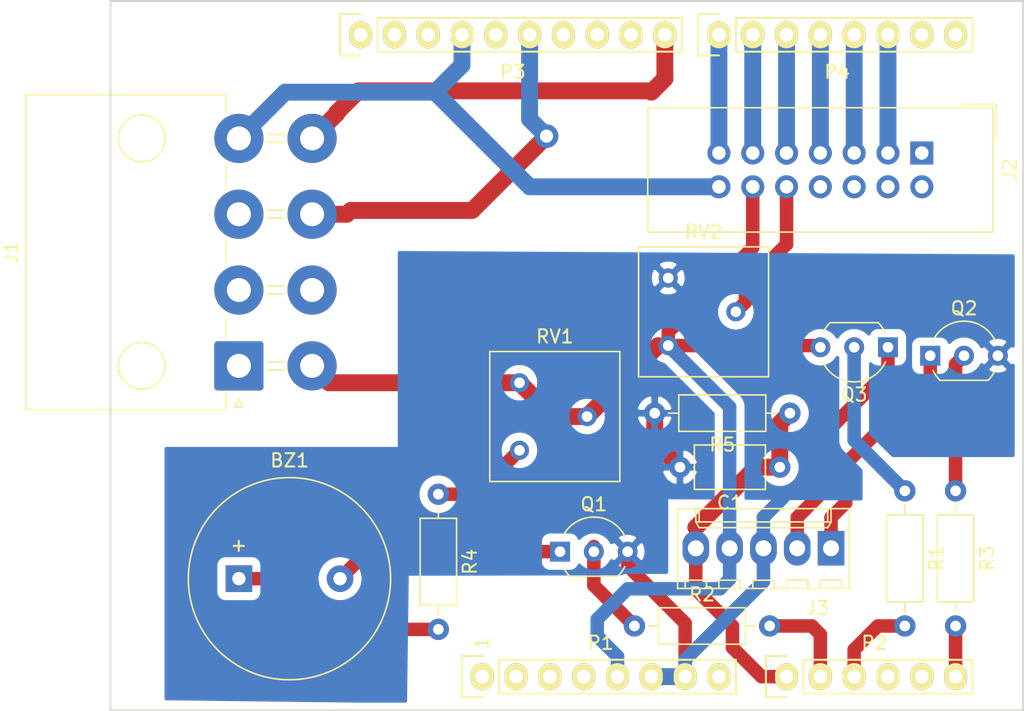
<source format=kicad_pcb>
(kicad_pcb (version 20171130) (host pcbnew 5.1.5-52549c5~84~ubuntu16.04.1)

  (general
    (thickness 1.6)
    (drawings 13)
    (tracks 120)
    (zones 0)
    (modules 19)
    (nets 49)
  )

  (page A4)
  (title_block
    (date "lun. 30 mars 2015")
  )

  (layers
    (0 F.Cu signal)
    (31 B.Cu signal)
    (32 B.Adhes user)
    (33 F.Adhes user)
    (34 B.Paste user)
    (35 F.Paste user)
    (36 B.SilkS user)
    (37 F.SilkS user)
    (38 B.Mask user)
    (39 F.Mask user)
    (40 Dwgs.User user)
    (41 Cmts.User user)
    (42 Eco1.User user)
    (43 Eco2.User user)
    (44 Edge.Cuts user)
    (45 Margin user)
    (46 B.CrtYd user)
    (47 F.CrtYd user)
    (48 B.Fab user)
    (49 F.Fab user)
  )

  (setup
    (last_trace_width 1.016)
    (user_trace_width 1.016)
    (user_trace_width 1.27)
    (trace_clearance 0.6096)
    (zone_clearance 0.508)
    (zone_45_only no)
    (trace_min 0.4064)
    (via_size 1.778)
    (via_drill 0.9906)
    (via_min_size 0.4)
    (via_min_drill 0.3)
    (user_via 1.524 0.6858)
    (uvia_size 0.3)
    (uvia_drill 0.1)
    (uvias_allowed no)
    (uvia_min_size 0.2)
    (uvia_min_drill 0.1)
    (edge_width 0.15)
    (segment_width 0.15)
    (pcb_text_width 0.3)
    (pcb_text_size 1.5 1.5)
    (mod_edge_width 0.15)
    (mod_text_size 1 1)
    (mod_text_width 0.15)
    (pad_size 4.064 4.064)
    (pad_drill 3.048)
    (pad_to_mask_clearance 0)
    (solder_mask_min_width 0.25)
    (aux_axis_origin 110.998 126.365)
    (grid_origin 110.998 126.365)
    (visible_elements 7FFFFFFF)
    (pcbplotparams
      (layerselection 0x01000_ffffffff)
      (usegerberextensions false)
      (usegerberattributes false)
      (usegerberadvancedattributes false)
      (creategerberjobfile false)
      (excludeedgelayer true)
      (linewidth 0.100000)
      (plotframeref false)
      (viasonmask false)
      (mode 1)
      (useauxorigin false)
      (hpglpennumber 1)
      (hpglpenspeed 20)
      (hpglpendiameter 15.000000)
      (psnegative false)
      (psa4output false)
      (plotreference true)
      (plotvalue true)
      (plotinvisibletext false)
      (padsonsilk false)
      (subtractmaskfromsilk false)
      (outputformat 1)
      (mirror false)
      (drillshape 0)
      (scaleselection 1)
      (outputdirectory "./"))
  )

  (net 0 "")
  (net 1 /IOREF)
  (net 2 /Reset)
  (net 3 GND)
  (net 4 /Vin)
  (net 5 /A0)
  (net 6 /A1)
  (net 7 /A2)
  (net 8 /A3)
  (net 9 /AREF)
  (net 10 "/A4(SDA)")
  (net 11 "/A5(SCL)")
  (net 12 "/9(**)")
  (net 13 /8)
  (net 14 /7)
  (net 15 "/6(**)")
  (net 16 "/5(**)")
  (net 17 /4)
  (net 18 "/3(**)")
  (net 19 /2)
  (net 20 "/1(Tx)")
  (net 21 "/0(Rx)")
  (net 22 "/13(SCK)")
  (net 23 "/10(**/SS)")
  (net 24 "Net-(P1-Pad1)")
  (net 25 +3V3)
  (net 26 "/12(MISO)")
  (net 27 "/11(**/MOSI)")
  (net 28 "Net-(BZ1-Pad1)")
  (net 29 "Net-(BZ1-Pad2)")
  (net 30 VCC)
  (net 31 "Net-(J2-Pad2)")
  (net 32 "Net-(J2-Pad6)")
  (net 33 "Net-(J2-Pad8)")
  (net 34 "Net-(J2-Pad10)")
  (net 35 "Net-(J3-Pad1)")
  (net 36 "Net-(Q1-Pad2)")
  (net 37 "Net-(Q2-Pad2)")
  (net 38 "Net-(R4-Pad1)")
  (net 39 /A4)
  (net 40 /A5)
  (net 41 "Net-(J1-Pad6)")
  (net 42 "Net-(J1-Pad1)")
  (net 43 "Net-(J1-Pad2)")
  (net 44 "Net-(J2-Pad1)")
  (net 45 "Net-(J2-Pad4)")
  (net 46 "Net-(J1-Pad3)")
  (net 47 "Net-(J3-Pad2)")
  (net 48 "Net-(Q3-Pad2)")

  (net_class Default "This is the default net class."
    (clearance 0.6096)
    (trace_width 0.508)
    (via_dia 1.778)
    (via_drill 0.9906)
    (uvia_dia 0.3)
    (uvia_drill 0.1)
    (diff_pair_width 0.508)
    (diff_pair_gap 0.25)
    (add_net +3V3)
    (add_net "/0(Rx)")
    (add_net "/1(Tx)")
    (add_net "/10(**/SS)")
    (add_net "/11(**/MOSI)")
    (add_net "/12(MISO)")
    (add_net "/13(SCK)")
    (add_net /2)
    (add_net "/3(**)")
    (add_net /4)
    (add_net "/5(**)")
    (add_net "/6(**)")
    (add_net /7)
    (add_net /8)
    (add_net "/9(**)")
    (add_net /A0)
    (add_net /A1)
    (add_net /A2)
    (add_net /A3)
    (add_net /A4)
    (add_net "/A4(SDA)")
    (add_net /A5)
    (add_net "/A5(SCL)")
    (add_net /AREF)
    (add_net /IOREF)
    (add_net /Reset)
    (add_net /Vin)
    (add_net GND)
    (add_net "Net-(BZ1-Pad1)")
    (add_net "Net-(BZ1-Pad2)")
    (add_net "Net-(J1-Pad1)")
    (add_net "Net-(J1-Pad2)")
    (add_net "Net-(J1-Pad3)")
    (add_net "Net-(J1-Pad6)")
    (add_net "Net-(J2-Pad1)")
    (add_net "Net-(J2-Pad10)")
    (add_net "Net-(J2-Pad2)")
    (add_net "Net-(J2-Pad4)")
    (add_net "Net-(J2-Pad6)")
    (add_net "Net-(J2-Pad8)")
    (add_net "Net-(J3-Pad1)")
    (add_net "Net-(J3-Pad2)")
    (add_net "Net-(P1-Pad1)")
    (add_net "Net-(Q1-Pad2)")
    (add_net "Net-(Q2-Pad2)")
    (add_net "Net-(Q3-Pad2)")
    (add_net "Net-(R4-Pad1)")
    (add_net VCC)
  )

  (module Potentiometer_THT:Potentiometer_Bourns_3386F_Vertical (layer F.Cu) (tedit 5D583082) (tstamp 5D65A7BE)
    (at 152.908 98.933)
    (descr "Potentiometer, vertical, Bourns 3386F, https://www.bourns.com/pdfs/3386.pdf")
    (tags "Potentiometer vertical Bourns 3386F")
    (path /5D58637E)
    (fp_text reference RV2 (at 2.655 -8.555) (layer F.SilkS)
      (effects (font (size 1 1) (thickness 0.15)))
    )
    (fp_text value 10k (at 2.655 3.475) (layer F.Fab)
      (effects (font (size 1 1) (thickness 0.15)))
    )
    (fp_text user %R (at -1.11 -2.54 90) (layer F.Fab)
      (effects (font (size 1 1) (thickness 0.15)))
    )
    (fp_line (start 7.67 -7.56) (end -2.36 -7.56) (layer F.CrtYd) (width 0.05))
    (fp_line (start 7.67 2.48) (end 7.67 -7.56) (layer F.CrtYd) (width 0.05))
    (fp_line (start -2.36 2.48) (end 7.67 2.48) (layer F.CrtYd) (width 0.05))
    (fp_line (start -2.36 -7.56) (end -2.36 2.48) (layer F.CrtYd) (width 0.05))
    (fp_line (start 7.54 -7.425) (end 7.54 2.345) (layer F.SilkS) (width 0.12))
    (fp_line (start -2.23 -7.425) (end -2.23 2.345) (layer F.SilkS) (width 0.12))
    (fp_line (start -2.23 2.345) (end 7.54 2.345) (layer F.SilkS) (width 0.12))
    (fp_line (start -2.23 -7.425) (end 7.54 -7.425) (layer F.SilkS) (width 0.12))
    (fp_line (start 1.781 -0.98) (end 1.781 -4.099) (layer F.Fab) (width 0.1))
    (fp_line (start 1.781 -0.98) (end 1.781 -4.099) (layer F.Fab) (width 0.1))
    (fp_line (start 7.42 -7.305) (end -2.11 -7.305) (layer F.Fab) (width 0.1))
    (fp_line (start 7.42 2.225) (end 7.42 -7.305) (layer F.Fab) (width 0.1))
    (fp_line (start -2.11 2.225) (end 7.42 2.225) (layer F.Fab) (width 0.1))
    (fp_line (start -2.11 -7.305) (end -2.11 2.225) (layer F.Fab) (width 0.1))
    (fp_circle (center 1.781 -2.54) (end 3.356 -2.54) (layer F.Fab) (width 0.1))
    (pad 1 thru_hole circle (at 0 0) (size 1.44 1.44) (drill 0.8) (layers *.Cu *.Mask)
      (net 30 VCC))
    (pad 2 thru_hole circle (at 5.08 -2.54) (size 1.44 1.44) (drill 0.8) (layers *.Cu *.Mask)
      (net 34 "Net-(J2-Pad10)"))
    (pad 3 thru_hole circle (at 0 -5.08) (size 1.44 1.44) (drill 0.8) (layers *.Cu *.Mask)
      (net 3 GND))
    (model ${KISYS3DMOD}/Potentiometer_THT.3dshapes/Potentiometer_Bourns_3386F_Vertical.wrl
      (at (xyz 0 0 0))
      (scale (xyz 1 1 1))
      (rotate (xyz 0 0 0))
    )
  )

  (module Socket_Arduino_Uno:Socket_Strip_Arduino_1x08 locked (layer F.Cu) (tedit 552168D2) (tstamp 551AF9EA)
    (at 138.938 123.825)
    (descr "Through hole socket strip")
    (tags "socket strip")
    (path /56D70129)
    (fp_text reference P1 (at 8.89 -2.54) (layer F.SilkS)
      (effects (font (size 1 1) (thickness 0.15)))
    )
    (fp_text value Power (at 8.89 -4.064) (layer F.Fab)
      (effects (font (size 1 1) (thickness 0.15)))
    )
    (fp_line (start -1.75 -1.75) (end -1.75 1.75) (layer F.CrtYd) (width 0.05))
    (fp_line (start 19.55 -1.75) (end 19.55 1.75) (layer F.CrtYd) (width 0.05))
    (fp_line (start -1.75 -1.75) (end 19.55 -1.75) (layer F.CrtYd) (width 0.05))
    (fp_line (start -1.75 1.75) (end 19.55 1.75) (layer F.CrtYd) (width 0.05))
    (fp_line (start 1.27 1.27) (end 19.05 1.27) (layer F.SilkS) (width 0.15))
    (fp_line (start 19.05 1.27) (end 19.05 -1.27) (layer F.SilkS) (width 0.15))
    (fp_line (start 19.05 -1.27) (end 1.27 -1.27) (layer F.SilkS) (width 0.15))
    (fp_line (start -1.55 1.55) (end 0 1.55) (layer F.SilkS) (width 0.15))
    (fp_line (start 1.27 1.27) (end 1.27 -1.27) (layer F.SilkS) (width 0.15))
    (fp_line (start 0 -1.55) (end -1.55 -1.55) (layer F.SilkS) (width 0.15))
    (fp_line (start -1.55 -1.55) (end -1.55 1.55) (layer F.SilkS) (width 0.15))
    (pad 1 thru_hole oval (at 0 0) (size 1.7272 2.032) (drill 1.016) (layers *.Cu *.Mask F.SilkS)
      (net 24 "Net-(P1-Pad1)"))
    (pad 2 thru_hole oval (at 2.54 0) (size 1.7272 2.032) (drill 1.016) (layers *.Cu *.Mask F.SilkS)
      (net 1 /IOREF))
    (pad 3 thru_hole oval (at 5.08 0) (size 1.7272 2.032) (drill 1.016) (layers *.Cu *.Mask F.SilkS)
      (net 2 /Reset))
    (pad 4 thru_hole oval (at 7.62 0) (size 1.7272 2.032) (drill 1.016) (layers *.Cu *.Mask F.SilkS)
      (net 25 +3V3))
    (pad 5 thru_hole oval (at 10.16 0) (size 1.7272 2.032) (drill 1.016) (layers *.Cu *.Mask F.SilkS)
      (net 30 VCC))
    (pad 6 thru_hole oval (at 12.7 0) (size 1.7272 2.032) (drill 1.016) (layers *.Cu *.Mask F.SilkS)
      (net 3 GND))
    (pad 7 thru_hole oval (at 15.24 0) (size 1.7272 2.032) (drill 1.016) (layers *.Cu *.Mask F.SilkS)
      (net 3 GND))
    (pad 8 thru_hole oval (at 17.78 0) (size 1.7272 2.032) (drill 1.016) (layers *.Cu *.Mask F.SilkS)
      (net 4 /Vin))
    (model ${KIPRJMOD}/Socket_Arduino_Uno.3dshapes/Socket_header_Arduino_1x08.wrl
      (offset (xyz 8.889999866485596 0 0))
      (scale (xyz 1 1 1))
      (rotate (xyz 0 0 180))
    )
  )

  (module Socket_Arduino_Uno:Socket_Strip_Arduino_1x06 locked (layer F.Cu) (tedit 552168D6) (tstamp 551AF9FF)
    (at 161.798 123.825)
    (descr "Through hole socket strip")
    (tags "socket strip")
    (path /56D70DD8)
    (fp_text reference P2 (at 6.604 -2.54) (layer F.SilkS)
      (effects (font (size 1 1) (thickness 0.15)))
    )
    (fp_text value Analog (at 6.604 -4.064) (layer F.Fab)
      (effects (font (size 1 1) (thickness 0.15)))
    )
    (fp_line (start -1.75 -1.75) (end -1.75 1.75) (layer F.CrtYd) (width 0.05))
    (fp_line (start 14.45 -1.75) (end 14.45 1.75) (layer F.CrtYd) (width 0.05))
    (fp_line (start -1.75 -1.75) (end 14.45 -1.75) (layer F.CrtYd) (width 0.05))
    (fp_line (start -1.75 1.75) (end 14.45 1.75) (layer F.CrtYd) (width 0.05))
    (fp_line (start 1.27 1.27) (end 13.97 1.27) (layer F.SilkS) (width 0.15))
    (fp_line (start 13.97 1.27) (end 13.97 -1.27) (layer F.SilkS) (width 0.15))
    (fp_line (start 13.97 -1.27) (end 1.27 -1.27) (layer F.SilkS) (width 0.15))
    (fp_line (start -1.55 1.55) (end 0 1.55) (layer F.SilkS) (width 0.15))
    (fp_line (start 1.27 1.27) (end 1.27 -1.27) (layer F.SilkS) (width 0.15))
    (fp_line (start 0 -1.55) (end -1.55 -1.55) (layer F.SilkS) (width 0.15))
    (fp_line (start -1.55 -1.55) (end -1.55 1.55) (layer F.SilkS) (width 0.15))
    (pad 1 thru_hole oval (at 0 0) (size 1.7272 2.032) (drill 1.016) (layers *.Cu *.Mask F.SilkS)
      (net 5 /A0))
    (pad 2 thru_hole oval (at 2.54 0) (size 1.7272 2.032) (drill 1.016) (layers *.Cu *.Mask F.SilkS)
      (net 6 /A1))
    (pad 3 thru_hole oval (at 5.08 0) (size 1.7272 2.032) (drill 1.016) (layers *.Cu *.Mask F.SilkS)
      (net 7 /A2))
    (pad 4 thru_hole oval (at 7.62 0) (size 1.7272 2.032) (drill 1.016) (layers *.Cu *.Mask F.SilkS)
      (net 8 /A3))
    (pad 5 thru_hole oval (at 10.16 0) (size 1.7272 2.032) (drill 1.016) (layers *.Cu *.Mask F.SilkS)
      (net 39 /A4))
    (pad 6 thru_hole oval (at 12.7 0) (size 1.7272 2.032) (drill 1.016) (layers *.Cu *.Mask F.SilkS)
      (net 40 /A5))
    (model ${KIPRJMOD}/Socket_Arduino_Uno.3dshapes/Socket_header_Arduino_1x06.wrl
      (offset (xyz 6.349999904632568 0 0))
      (scale (xyz 1 1 1))
      (rotate (xyz 0 0 180))
    )
  )

  (module Socket_Arduino_Uno:Socket_Strip_Arduino_1x10 locked (layer F.Cu) (tedit 552168BF) (tstamp 551AFA18)
    (at 129.794 75.565)
    (descr "Through hole socket strip")
    (tags "socket strip")
    (path /56D721E0)
    (fp_text reference P3 (at 11.43 2.794) (layer F.SilkS)
      (effects (font (size 1 1) (thickness 0.15)))
    )
    (fp_text value Digital (at 11.43 4.318) (layer F.Fab)
      (effects (font (size 1 1) (thickness 0.15)))
    )
    (fp_line (start -1.75 -1.75) (end -1.75 1.75) (layer F.CrtYd) (width 0.05))
    (fp_line (start 24.65 -1.75) (end 24.65 1.75) (layer F.CrtYd) (width 0.05))
    (fp_line (start -1.75 -1.75) (end 24.65 -1.75) (layer F.CrtYd) (width 0.05))
    (fp_line (start -1.75 1.75) (end 24.65 1.75) (layer F.CrtYd) (width 0.05))
    (fp_line (start 1.27 1.27) (end 24.13 1.27) (layer F.SilkS) (width 0.15))
    (fp_line (start 24.13 1.27) (end 24.13 -1.27) (layer F.SilkS) (width 0.15))
    (fp_line (start 24.13 -1.27) (end 1.27 -1.27) (layer F.SilkS) (width 0.15))
    (fp_line (start -1.55 1.55) (end 0 1.55) (layer F.SilkS) (width 0.15))
    (fp_line (start 1.27 1.27) (end 1.27 -1.27) (layer F.SilkS) (width 0.15))
    (fp_line (start 0 -1.55) (end -1.55 -1.55) (layer F.SilkS) (width 0.15))
    (fp_line (start -1.55 -1.55) (end -1.55 1.55) (layer F.SilkS) (width 0.15))
    (pad 1 thru_hole oval (at 0 0) (size 1.7272 2.032) (drill 1.016) (layers *.Cu *.Mask F.SilkS)
      (net 11 "/A5(SCL)"))
    (pad 2 thru_hole oval (at 2.54 0) (size 1.7272 2.032) (drill 1.016) (layers *.Cu *.Mask F.SilkS)
      (net 10 "/A4(SDA)"))
    (pad 3 thru_hole oval (at 5.08 0) (size 1.7272 2.032) (drill 1.016) (layers *.Cu *.Mask F.SilkS)
      (net 9 /AREF))
    (pad 4 thru_hole oval (at 7.62 0) (size 1.7272 2.032) (drill 1.016) (layers *.Cu *.Mask F.SilkS)
      (net 3 GND))
    (pad 5 thru_hole oval (at 10.16 0) (size 1.7272 2.032) (drill 1.016) (layers *.Cu *.Mask F.SilkS)
      (net 22 "/13(SCK)"))
    (pad 6 thru_hole oval (at 12.7 0) (size 1.7272 2.032) (drill 1.016) (layers *.Cu *.Mask F.SilkS)
      (net 26 "/12(MISO)"))
    (pad 7 thru_hole oval (at 15.24 0) (size 1.7272 2.032) (drill 1.016) (layers *.Cu *.Mask F.SilkS)
      (net 27 "/11(**/MOSI)"))
    (pad 8 thru_hole oval (at 17.78 0) (size 1.7272 2.032) (drill 1.016) (layers *.Cu *.Mask F.SilkS)
      (net 23 "/10(**/SS)"))
    (pad 9 thru_hole oval (at 20.32 0) (size 1.7272 2.032) (drill 1.016) (layers *.Cu *.Mask F.SilkS)
      (net 12 "/9(**)"))
    (pad 10 thru_hole oval (at 22.86 0) (size 1.7272 2.032) (drill 1.016) (layers *.Cu *.Mask F.SilkS)
      (net 13 /8))
    (model ${KIPRJMOD}/Socket_Arduino_Uno.3dshapes/Socket_header_Arduino_1x10.wrl
      (offset (xyz 11.42999982833862 0 0))
      (scale (xyz 1 1 1))
      (rotate (xyz 0 0 180))
    )
  )

  (module Socket_Arduino_Uno:Socket_Strip_Arduino_1x08 locked (layer F.Cu) (tedit 552168C7) (tstamp 551AFA2F)
    (at 156.718 75.565)
    (descr "Through hole socket strip")
    (tags "socket strip")
    (path /56D7164F)
    (fp_text reference P4 (at 8.89 2.794) (layer F.SilkS)
      (effects (font (size 1 1) (thickness 0.15)))
    )
    (fp_text value Digital (at 8.89 4.318) (layer F.Fab)
      (effects (font (size 1 1) (thickness 0.15)))
    )
    (fp_line (start -1.75 -1.75) (end -1.75 1.75) (layer F.CrtYd) (width 0.05))
    (fp_line (start 19.55 -1.75) (end 19.55 1.75) (layer F.CrtYd) (width 0.05))
    (fp_line (start -1.75 -1.75) (end 19.55 -1.75) (layer F.CrtYd) (width 0.05))
    (fp_line (start -1.75 1.75) (end 19.55 1.75) (layer F.CrtYd) (width 0.05))
    (fp_line (start 1.27 1.27) (end 19.05 1.27) (layer F.SilkS) (width 0.15))
    (fp_line (start 19.05 1.27) (end 19.05 -1.27) (layer F.SilkS) (width 0.15))
    (fp_line (start 19.05 -1.27) (end 1.27 -1.27) (layer F.SilkS) (width 0.15))
    (fp_line (start -1.55 1.55) (end 0 1.55) (layer F.SilkS) (width 0.15))
    (fp_line (start 1.27 1.27) (end 1.27 -1.27) (layer F.SilkS) (width 0.15))
    (fp_line (start 0 -1.55) (end -1.55 -1.55) (layer F.SilkS) (width 0.15))
    (fp_line (start -1.55 -1.55) (end -1.55 1.55) (layer F.SilkS) (width 0.15))
    (pad 1 thru_hole oval (at 0 0) (size 1.7272 2.032) (drill 1.016) (layers *.Cu *.Mask F.SilkS)
      (net 14 /7))
    (pad 2 thru_hole oval (at 2.54 0) (size 1.7272 2.032) (drill 1.016) (layers *.Cu *.Mask F.SilkS)
      (net 15 "/6(**)"))
    (pad 3 thru_hole oval (at 5.08 0) (size 1.7272 2.032) (drill 1.016) (layers *.Cu *.Mask F.SilkS)
      (net 16 "/5(**)"))
    (pad 4 thru_hole oval (at 7.62 0) (size 1.7272 2.032) (drill 1.016) (layers *.Cu *.Mask F.SilkS)
      (net 17 /4))
    (pad 5 thru_hole oval (at 10.16 0) (size 1.7272 2.032) (drill 1.016) (layers *.Cu *.Mask F.SilkS)
      (net 18 "/3(**)"))
    (pad 6 thru_hole oval (at 12.7 0) (size 1.7272 2.032) (drill 1.016) (layers *.Cu *.Mask F.SilkS)
      (net 19 /2))
    (pad 7 thru_hole oval (at 15.24 0) (size 1.7272 2.032) (drill 1.016) (layers *.Cu *.Mask F.SilkS)
      (net 20 "/1(Tx)"))
    (pad 8 thru_hole oval (at 17.78 0) (size 1.7272 2.032) (drill 1.016) (layers *.Cu *.Mask F.SilkS)
      (net 21 "/0(Rx)"))
    (model ${KIPRJMOD}/Socket_Arduino_Uno.3dshapes/Socket_header_Arduino_1x08.wrl
      (offset (xyz 8.889999866485596 0 0))
      (scale (xyz 1 1 1))
      (rotate (xyz 0 0 180))
    )
  )

  (module Buzzer_Beeper:Buzzer_15x7.5RM7.6 (layer F.Cu) (tedit 5A030281) (tstamp 5D65A664)
    (at 120.65 116.459)
    (descr "Generic Buzzer, D15mm height 7.5mm with RM7.6mm")
    (tags buzzer)
    (path /5D57AC02)
    (fp_text reference BZ1 (at 3.81 -8.89) (layer F.SilkS)
      (effects (font (size 1 1) (thickness 0.15)))
    )
    (fp_text value Buzzer (at 3.81 8.89) (layer F.Fab)
      (effects (font (size 1 1) (thickness 0.15)))
    )
    (fp_text user + (at -0.01 -2.54) (layer F.Fab)
      (effects (font (size 1 1) (thickness 0.15)))
    )
    (fp_text user + (at -0.01 -2.54) (layer F.SilkS)
      (effects (font (size 1 1) (thickness 0.15)))
    )
    (fp_text user %R (at 3.8 -4) (layer F.Fab)
      (effects (font (size 1 1) (thickness 0.15)))
    )
    (fp_circle (center 3.8 0) (end 11.55 0) (layer F.CrtYd) (width 0.05))
    (fp_circle (center 3.8 0) (end 11.3 0) (layer F.Fab) (width 0.1))
    (fp_circle (center 3.8 0) (end 4.8 0) (layer F.Fab) (width 0.1))
    (fp_circle (center 3.8 0) (end 11.4 0) (layer F.SilkS) (width 0.12))
    (pad 1 thru_hole rect (at 0 0) (size 2 2) (drill 1) (layers *.Cu *.Mask)
      (net 28 "Net-(BZ1-Pad1)"))
    (pad 2 thru_hole circle (at 7.6 0) (size 2 2) (drill 1) (layers *.Cu *.Mask)
      (net 29 "Net-(BZ1-Pad2)"))
    (model ${KISYS3DMOD}/Buzzer_Beeper.3dshapes/Buzzer_15x7.5RM7.6.wrl
      (at (xyz 0 0 0))
      (scale (xyz 1 1 1))
      (rotate (xyz 0 0 0))
    )
  )

  (module Capacitor_THT:C_Axial_L5.1mm_D3.1mm_P7.50mm_Horizontal (layer F.Cu) (tedit 5AE50EF0) (tstamp 5D65A67B)
    (at 161.29 108.077 180)
    (descr "C, Axial series, Axial, Horizontal, pin pitch=7.5mm, , length*diameter=5.1*3.1mm^2, http://www.vishay.com/docs/45231/arseries.pdf")
    (tags "C Axial series Axial Horizontal pin pitch 7.5mm  length 5.1mm diameter 3.1mm")
    (path /5D5B30AC)
    (fp_text reference C1 (at 3.75 -2.67 180) (layer F.SilkS)
      (effects (font (size 1 1) (thickness 0.15)))
    )
    (fp_text value 0.01u (at 3.75 2.67 180) (layer F.Fab)
      (effects (font (size 1 1) (thickness 0.15)))
    )
    (fp_line (start 1.2 -1.55) (end 1.2 1.55) (layer F.Fab) (width 0.1))
    (fp_line (start 1.2 1.55) (end 6.3 1.55) (layer F.Fab) (width 0.1))
    (fp_line (start 6.3 1.55) (end 6.3 -1.55) (layer F.Fab) (width 0.1))
    (fp_line (start 6.3 -1.55) (end 1.2 -1.55) (layer F.Fab) (width 0.1))
    (fp_line (start 0 0) (end 1.2 0) (layer F.Fab) (width 0.1))
    (fp_line (start 7.5 0) (end 6.3 0) (layer F.Fab) (width 0.1))
    (fp_line (start 1.08 -1.67) (end 1.08 1.67) (layer F.SilkS) (width 0.12))
    (fp_line (start 1.08 1.67) (end 6.42 1.67) (layer F.SilkS) (width 0.12))
    (fp_line (start 6.42 1.67) (end 6.42 -1.67) (layer F.SilkS) (width 0.12))
    (fp_line (start 6.42 -1.67) (end 1.08 -1.67) (layer F.SilkS) (width 0.12))
    (fp_line (start 1.04 0) (end 1.08 0) (layer F.SilkS) (width 0.12))
    (fp_line (start 6.46 0) (end 6.42 0) (layer F.SilkS) (width 0.12))
    (fp_line (start -1.05 -1.8) (end -1.05 1.8) (layer F.CrtYd) (width 0.05))
    (fp_line (start -1.05 1.8) (end 8.55 1.8) (layer F.CrtYd) (width 0.05))
    (fp_line (start 8.55 1.8) (end 8.55 -1.8) (layer F.CrtYd) (width 0.05))
    (fp_line (start 8.55 -1.8) (end -1.05 -1.8) (layer F.CrtYd) (width 0.05))
    (fp_text user %R (at 3.556 -0.254 180) (layer F.Fab)
      (effects (font (size 1 1) (thickness 0.15)))
    )
    (pad 1 thru_hole circle (at 0 0 180) (size 1.6 1.6) (drill 0.8) (layers *.Cu *.Mask)
      (net 5 /A0))
    (pad 2 thru_hole oval (at 7.5 0 180) (size 1.6 1.6) (drill 0.8) (layers *.Cu *.Mask)
      (net 3 GND))
    (model ${KISYS3DMOD}/Capacitor_THT.3dshapes/C_Axial_L5.1mm_D3.1mm_P7.50mm_Horizontal.wrl
      (at (xyz 0 0 0))
      (scale (xyz 1 1 1))
      (rotate (xyz 0 0 0))
    )
  )

  (module Connector_Molex:Molex_Mega-Fit_76825-0008_2x04_P5.70mm_Horizontal (layer F.Cu) (tedit 5B780151) (tstamp 5D65A6AA)
    (at 120.65 100.457 90)
    (descr "Molex Mega-Fit Power Connectors, 76825-0008 (compatible alternatives: 172064-0008, 172064-1008), 4 Pins per row (http://www.molex.com/pdm_docs/sd/1720640002_sd.pdf), generated with kicad-footprint-generator")
    (tags "connector Molex Mega-Fit top entry")
    (path /5D5DF8C3)
    (fp_text reference J1 (at 8.55 -17.1 90) (layer F.SilkS)
      (effects (font (size 1 1) (thickness 0.15)))
    )
    (fp_text value Conn_02x04_Counter_Clockwise (at 8.55 8.55 90) (layer F.Fab)
      (effects (font (size 1 1) (thickness 0.15)))
    )
    (fp_circle (center 0 -7.3) (end 1.76 -7.3) (layer F.SilkS) (width 0.12))
    (fp_circle (center 17.1 -7.3) (end 18.86 -7.3) (layer F.SilkS) (width 0.12))
    (fp_line (start -3.175 -15.9) (end -3.175 -1.1) (layer F.Fab) (width 0.1))
    (fp_line (start -3.175 -1.1) (end 20.275 -1.1) (layer F.Fab) (width 0.1))
    (fp_line (start 20.275 -1.1) (end 20.275 -15.9) (layer F.Fab) (width 0.1))
    (fp_line (start 20.275 -15.9) (end -3.175 -15.9) (layer F.Fab) (width 0.1))
    (fp_line (start 8.55 -16.01) (end -3.285 -16.01) (layer F.SilkS) (width 0.12))
    (fp_line (start -3.285 -16.01) (end -3.285 -0.99) (layer F.SilkS) (width 0.12))
    (fp_line (start -3.285 -0.99) (end -2.11 -0.99) (layer F.SilkS) (width 0.12))
    (fp_line (start 8.55 -16.01) (end 20.385 -16.01) (layer F.SilkS) (width 0.12))
    (fp_line (start 20.385 -16.01) (end 20.385 -0.99) (layer F.SilkS) (width 0.12))
    (fp_line (start 20.385 -0.99) (end 19.21 -0.99) (layer F.SilkS) (width 0.12))
    (fp_line (start 2.11 -0.99) (end 3.59 -0.99) (layer F.SilkS) (width 0.12))
    (fp_line (start 7.81 -0.99) (end 9.29 -0.99) (layer F.SilkS) (width 0.12))
    (fp_line (start 13.51 -0.99) (end 14.99 -0.99) (layer F.SilkS) (width 0.12))
    (fp_line (start -0.3 2.11) (end -0.3 3.39) (layer F.SilkS) (width 0.12))
    (fp_line (start 0.3 2.11) (end 0.3 3.39) (layer F.SilkS) (width 0.12))
    (fp_line (start 5.4 2.11) (end 5.4 3.39) (layer F.SilkS) (width 0.12))
    (fp_line (start 6 2.11) (end 6 3.39) (layer F.SilkS) (width 0.12))
    (fp_line (start 11.1 2.11) (end 11.1 3.39) (layer F.SilkS) (width 0.12))
    (fp_line (start 11.7 2.11) (end 11.7 3.39) (layer F.SilkS) (width 0.12))
    (fp_line (start 16.8 2.11) (end 16.8 3.39) (layer F.SilkS) (width 0.12))
    (fp_line (start 17.4 2.11) (end 17.4 3.39) (layer F.SilkS) (width 0.12))
    (fp_line (start -2.5 0) (end -3.1 0.3) (layer F.SilkS) (width 0.12))
    (fp_line (start -3.1 0.3) (end -3.1 -0.3) (layer F.SilkS) (width 0.12))
    (fp_line (start -3.1 -0.3) (end -2.5 0) (layer F.SilkS) (width 0.12))
    (fp_line (start -1 -1.1) (end 0 -2.514214) (layer F.Fab) (width 0.1))
    (fp_line (start 0 -2.514214) (end 1 -1.1) (layer F.Fab) (width 0.1))
    (fp_line (start -3.67 -16.4) (end -3.67 7.85) (layer F.CrtYd) (width 0.05))
    (fp_line (start -3.67 7.85) (end 20.78 7.85) (layer F.CrtYd) (width 0.05))
    (fp_line (start 20.78 7.85) (end 20.78 -16.4) (layer F.CrtYd) (width 0.05))
    (fp_line (start 20.78 -16.4) (end -3.67 -16.4) (layer F.CrtYd) (width 0.05))
    (fp_text user %R (at 8.55 -15.2 90) (layer F.Fab)
      (effects (font (size 1 1) (thickness 0.15)))
    )
    (pad 1 thru_hole roundrect (at 0 0 90) (size 3.7 3.7) (drill 1.8) (layers *.Cu *.Mask) (roundrect_rratio 0.067568)
      (net 42 "Net-(J1-Pad1)"))
    (pad 2 thru_hole circle (at 5.7 0 90) (size 3.7 3.7) (drill 1.8) (layers *.Cu *.Mask)
      (net 43 "Net-(J1-Pad2)"))
    (pad 3 thru_hole circle (at 11.4 0 90) (size 3.7 3.7) (drill 1.8) (layers *.Cu *.Mask)
      (net 46 "Net-(J1-Pad3)"))
    (pad 4 thru_hole circle (at 17.1 0 90) (size 3.7 3.7) (drill 1.8) (layers *.Cu *.Mask)
      (net 3 GND))
    (pad 5 thru_hole circle (at 0 5.5 90) (size 3.7 3.7) (drill 1.8) (layers *.Cu *.Mask)
      (net 30 VCC))
    (pad 6 thru_hole circle (at 5.7 5.5 90) (size 3.7 3.7) (drill 1.8) (layers *.Cu *.Mask)
      (net 41 "Net-(J1-Pad6)"))
    (pad 7 thru_hole circle (at 11.4 5.5 90) (size 3.7 3.7) (drill 1.8) (layers *.Cu *.Mask)
      (net 26 "/12(MISO)"))
    (pad 8 thru_hole circle (at 17.1 5.5 90) (size 3.7 3.7) (drill 1.8) (layers *.Cu *.Mask)
      (net 13 /8))
    (pad "" np_thru_hole circle (at 0 -7.3 90) (size 3 3) (drill 3) (layers *.Cu *.Mask))
    (pad "" np_thru_hole circle (at 17.1 -7.3 90) (size 3 3) (drill 3) (layers *.Cu *.Mask))
    (model ${KISYS3DMOD}/Connector_Molex.3dshapes/Molex_Mega-Fit_76825-0008_2x04_P5.70mm_Horizontal.wrl
      (at (xyz 0 0 0))
      (scale (xyz 1 1 1))
      (rotate (xyz 0 0 0))
    )
  )

  (module Connector_IDC:IDC-Header_2x07_P2.54mm_Vertical (layer F.Cu) (tedit 59DE0420) (tstamp 5D65E266)
    (at 171.958 84.455 270)
    (descr "Through hole straight IDC box header, 2x07, 2.54mm pitch, double rows")
    (tags "Through hole IDC box header THT 2x07 2.54mm double row")
    (path /5D5834DB)
    (fp_text reference J2 (at 1.27 -6.604 270) (layer F.SilkS)
      (effects (font (size 1 1) (thickness 0.15)))
    )
    (fp_text value Conn_01x14_Female (at 1.27 21.844 270) (layer F.Fab)
      (effects (font (size 1 1) (thickness 0.15)))
    )
    (fp_text user %R (at 1.27 7.62 270) (layer F.Fab)
      (effects (font (size 1 1) (thickness 0.15)))
    )
    (fp_line (start 5.695 -5.1) (end 5.695 20.34) (layer F.Fab) (width 0.1))
    (fp_line (start 5.145 -4.56) (end 5.145 19.78) (layer F.Fab) (width 0.1))
    (fp_line (start -3.155 -5.1) (end -3.155 20.34) (layer F.Fab) (width 0.1))
    (fp_line (start -2.605 -4.56) (end -2.605 5.37) (layer F.Fab) (width 0.1))
    (fp_line (start -2.605 9.87) (end -2.605 19.78) (layer F.Fab) (width 0.1))
    (fp_line (start -2.605 5.37) (end -3.155 5.37) (layer F.Fab) (width 0.1))
    (fp_line (start -2.605 9.87) (end -3.155 9.87) (layer F.Fab) (width 0.1))
    (fp_line (start 5.695 -5.1) (end -3.155 -5.1) (layer F.Fab) (width 0.1))
    (fp_line (start 5.145 -4.56) (end -2.605 -4.56) (layer F.Fab) (width 0.1))
    (fp_line (start 5.695 20.34) (end -3.155 20.34) (layer F.Fab) (width 0.1))
    (fp_line (start 5.145 19.78) (end -2.605 19.78) (layer F.Fab) (width 0.1))
    (fp_line (start 5.695 -5.1) (end 5.145 -4.56) (layer F.Fab) (width 0.1))
    (fp_line (start 5.695 20.34) (end 5.145 19.78) (layer F.Fab) (width 0.1))
    (fp_line (start -3.155 -5.1) (end -2.605 -4.56) (layer F.Fab) (width 0.1))
    (fp_line (start -3.155 20.34) (end -2.605 19.78) (layer F.Fab) (width 0.1))
    (fp_line (start 5.95 -5.35) (end 5.95 20.59) (layer F.CrtYd) (width 0.05))
    (fp_line (start 5.95 20.59) (end -3.41 20.59) (layer F.CrtYd) (width 0.05))
    (fp_line (start -3.41 20.59) (end -3.41 -5.35) (layer F.CrtYd) (width 0.05))
    (fp_line (start -3.41 -5.35) (end 5.95 -5.35) (layer F.CrtYd) (width 0.05))
    (fp_line (start 5.945 -5.35) (end 5.945 20.59) (layer F.SilkS) (width 0.12))
    (fp_line (start 5.945 20.59) (end -3.405 20.59) (layer F.SilkS) (width 0.12))
    (fp_line (start -3.405 20.59) (end -3.405 -5.35) (layer F.SilkS) (width 0.12))
    (fp_line (start -3.405 -5.35) (end 5.945 -5.35) (layer F.SilkS) (width 0.12))
    (fp_line (start -3.655 -5.6) (end -3.655 -3.06) (layer F.SilkS) (width 0.12))
    (fp_line (start -3.655 -5.6) (end -1.115 -5.6) (layer F.SilkS) (width 0.12))
    (pad 1 thru_hole rect (at 0 0 270) (size 1.7272 1.7272) (drill 1.016) (layers *.Cu *.Mask)
      (net 44 "Net-(J2-Pad1)"))
    (pad 2 thru_hole oval (at 2.54 0 270) (size 1.7272 1.7272) (drill 1.016) (layers *.Cu *.Mask)
      (net 31 "Net-(J2-Pad2)"))
    (pad 3 thru_hole oval (at 0 2.54 270) (size 1.7272 1.7272) (drill 1.016) (layers *.Cu *.Mask)
      (net 19 /2))
    (pad 4 thru_hole oval (at 2.54 2.54 270) (size 1.7272 1.7272) (drill 1.016) (layers *.Cu *.Mask)
      (net 45 "Net-(J2-Pad4)"))
    (pad 5 thru_hole oval (at 0 5.08 270) (size 1.7272 1.7272) (drill 1.016) (layers *.Cu *.Mask)
      (net 18 "/3(**)"))
    (pad 6 thru_hole oval (at 2.54 5.08 270) (size 1.7272 1.7272) (drill 1.016) (layers *.Cu *.Mask)
      (net 32 "Net-(J2-Pad6)"))
    (pad 7 thru_hole oval (at 0 7.62 270) (size 1.7272 1.7272) (drill 1.016) (layers *.Cu *.Mask)
      (net 17 /4))
    (pad 8 thru_hole oval (at 2.54 7.62 270) (size 1.7272 1.7272) (drill 1.016) (layers *.Cu *.Mask)
      (net 33 "Net-(J2-Pad8)"))
    (pad 9 thru_hole oval (at 0 10.16 270) (size 1.7272 1.7272) (drill 1.016) (layers *.Cu *.Mask)
      (net 16 "/5(**)"))
    (pad 10 thru_hole oval (at 2.54 10.16 270) (size 1.7272 1.7272) (drill 1.016) (layers *.Cu *.Mask)
      (net 34 "Net-(J2-Pad10)"))
    (pad 11 thru_hole oval (at 0 12.7 270) (size 1.7272 1.7272) (drill 1.016) (layers *.Cu *.Mask)
      (net 15 "/6(**)"))
    (pad 12 thru_hole oval (at 2.54 12.7 270) (size 1.7272 1.7272) (drill 1.016) (layers *.Cu *.Mask)
      (net 30 VCC))
    (pad 13 thru_hole oval (at 0 15.24 270) (size 1.7272 1.7272) (drill 1.016) (layers *.Cu *.Mask)
      (net 14 /7))
    (pad 14 thru_hole oval (at 2.54 15.24 270) (size 1.7272 1.7272) (drill 1.016) (layers *.Cu *.Mask)
      (net 3 GND))
    (model ${KISYS3DMOD}/Connector_IDC.3dshapes/IDC-Header_2x07_P2.54mm_Vertical.wrl
      (at (xyz 0 0 0))
      (scale (xyz 1 1 1))
      (rotate (xyz 0 0 0))
    )
  )

  (module Resistor_THT:R_Axial_DIN0207_L6.3mm_D2.5mm_P10.16mm_Horizontal (layer F.Cu) (tedit 5AE5139B) (tstamp 5D65A74B)
    (at 170.688 109.855 270)
    (descr "Resistor, Axial_DIN0207 series, Axial, Horizontal, pin pitch=10.16mm, 0.25W = 1/4W, length*diameter=6.3*2.5mm^2, http://cdn-reichelt.de/documents/datenblatt/B400/1_4W%23YAG.pdf")
    (tags "Resistor Axial_DIN0207 series Axial Horizontal pin pitch 10.16mm 0.25W = 1/4W length 6.3mm diameter 2.5mm")
    (path /5D574156)
    (fp_text reference R1 (at 5.08 -2.37 270) (layer F.SilkS)
      (effects (font (size 1 1) (thickness 0.15)))
    )
    (fp_text value 10k (at 5.08 2.37 270) (layer F.Fab)
      (effects (font (size 1 1) (thickness 0.15)))
    )
    (fp_text user %R (at 5.588 7.366 270) (layer F.Fab)
      (effects (font (size 1 1) (thickness 0.15)))
    )
    (fp_line (start 11.21 -1.5) (end -1.05 -1.5) (layer F.CrtYd) (width 0.05))
    (fp_line (start 11.21 1.5) (end 11.21 -1.5) (layer F.CrtYd) (width 0.05))
    (fp_line (start -1.05 1.5) (end 11.21 1.5) (layer F.CrtYd) (width 0.05))
    (fp_line (start -1.05 -1.5) (end -1.05 1.5) (layer F.CrtYd) (width 0.05))
    (fp_line (start 9.12 0) (end 8.35 0) (layer F.SilkS) (width 0.12))
    (fp_line (start 1.04 0) (end 1.81 0) (layer F.SilkS) (width 0.12))
    (fp_line (start 8.35 -1.37) (end 1.81 -1.37) (layer F.SilkS) (width 0.12))
    (fp_line (start 8.35 1.37) (end 8.35 -1.37) (layer F.SilkS) (width 0.12))
    (fp_line (start 1.81 1.37) (end 8.35 1.37) (layer F.SilkS) (width 0.12))
    (fp_line (start 1.81 -1.37) (end 1.81 1.37) (layer F.SilkS) (width 0.12))
    (fp_line (start 10.16 0) (end 8.23 0) (layer F.Fab) (width 0.1))
    (fp_line (start 0 0) (end 1.93 0) (layer F.Fab) (width 0.1))
    (fp_line (start 8.23 -1.25) (end 1.93 -1.25) (layer F.Fab) (width 0.1))
    (fp_line (start 8.23 1.25) (end 8.23 -1.25) (layer F.Fab) (width 0.1))
    (fp_line (start 1.93 1.25) (end 8.23 1.25) (layer F.Fab) (width 0.1))
    (fp_line (start 1.93 -1.25) (end 1.93 1.25) (layer F.Fab) (width 0.1))
    (pad 2 thru_hole oval (at 10.16 0 270) (size 1.6 1.6) (drill 0.8) (layers *.Cu *.Mask)
      (net 7 /A2))
    (pad 1 thru_hole circle (at 0 0 270) (size 1.6 1.6) (drill 0.8) (layers *.Cu *.Mask)
      (net 48 "Net-(Q3-Pad2)"))
    (model ${KISYS3DMOD}/Resistor_THT.3dshapes/R_Axial_DIN0207_L6.3mm_D2.5mm_P10.16mm_Horizontal.wrl
      (at (xyz 0 0 0))
      (scale (xyz 1 1 1))
      (rotate (xyz 0 0 0))
    )
  )

  (module Resistor_THT:R_Axial_DIN0207_L6.3mm_D2.5mm_P10.16mm_Horizontal (layer F.Cu) (tedit 5AE5139B) (tstamp 5D65A762)
    (at 150.368 120.015)
    (descr "Resistor, Axial_DIN0207 series, Axial, Horizontal, pin pitch=10.16mm, 0.25W = 1/4W, length*diameter=6.3*2.5mm^2, http://cdn-reichelt.de/documents/datenblatt/B400/1_4W%23YAG.pdf")
    (tags "Resistor Axial_DIN0207 series Axial Horizontal pin pitch 10.16mm 0.25W = 1/4W length 6.3mm diameter 2.5mm")
    (path /5D57E508)
    (fp_text reference R2 (at 5.08 -2.37) (layer F.SilkS)
      (effects (font (size 1 1) (thickness 0.15)))
    )
    (fp_text value 10k (at 5.08 2.37) (layer F.Fab)
      (effects (font (size 1 1) (thickness 0.15)))
    )
    (fp_line (start 1.93 -1.25) (end 1.93 1.25) (layer F.Fab) (width 0.1))
    (fp_line (start 1.93 1.25) (end 8.23 1.25) (layer F.Fab) (width 0.1))
    (fp_line (start 8.23 1.25) (end 8.23 -1.25) (layer F.Fab) (width 0.1))
    (fp_line (start 8.23 -1.25) (end 1.93 -1.25) (layer F.Fab) (width 0.1))
    (fp_line (start 0 0) (end 1.93 0) (layer F.Fab) (width 0.1))
    (fp_line (start 10.16 0) (end 8.23 0) (layer F.Fab) (width 0.1))
    (fp_line (start 1.81 -1.37) (end 1.81 1.37) (layer F.SilkS) (width 0.12))
    (fp_line (start 1.81 1.37) (end 8.35 1.37) (layer F.SilkS) (width 0.12))
    (fp_line (start 8.35 1.37) (end 8.35 -1.37) (layer F.SilkS) (width 0.12))
    (fp_line (start 8.35 -1.37) (end 1.81 -1.37) (layer F.SilkS) (width 0.12))
    (fp_line (start 1.04 0) (end 1.81 0) (layer F.SilkS) (width 0.12))
    (fp_line (start 9.12 0) (end 8.35 0) (layer F.SilkS) (width 0.12))
    (fp_line (start -1.05 -1.5) (end -1.05 1.5) (layer F.CrtYd) (width 0.05))
    (fp_line (start -1.05 1.5) (end 11.21 1.5) (layer F.CrtYd) (width 0.05))
    (fp_line (start 11.21 1.5) (end 11.21 -1.5) (layer F.CrtYd) (width 0.05))
    (fp_line (start 11.21 -1.5) (end -1.05 -1.5) (layer F.CrtYd) (width 0.05))
    (fp_text user %R (at 4.826 0.254) (layer F.Fab)
      (effects (font (size 1 1) (thickness 0.15)))
    )
    (pad 1 thru_hole circle (at 0 0) (size 1.6 1.6) (drill 0.8) (layers *.Cu *.Mask)
      (net 36 "Net-(Q1-Pad2)"))
    (pad 2 thru_hole oval (at 10.16 0) (size 1.6 1.6) (drill 0.8) (layers *.Cu *.Mask)
      (net 6 /A1))
    (model ${KISYS3DMOD}/Resistor_THT.3dshapes/R_Axial_DIN0207_L6.3mm_D2.5mm_P10.16mm_Horizontal.wrl
      (at (xyz 0 0 0))
      (scale (xyz 1 1 1))
      (rotate (xyz 0 0 0))
    )
  )

  (module Resistor_THT:R_Axial_DIN0207_L6.3mm_D2.5mm_P10.16mm_Horizontal (layer F.Cu) (tedit 5AE5139B) (tstamp 5D65A779)
    (at 135.636 110.109 270)
    (descr "Resistor, Axial_DIN0207 series, Axial, Horizontal, pin pitch=10.16mm, 0.25W = 1/4W, length*diameter=6.3*2.5mm^2, http://cdn-reichelt.de/documents/datenblatt/B400/1_4W%23YAG.pdf")
    (tags "Resistor Axial_DIN0207 series Axial Horizontal pin pitch 10.16mm 0.25W = 1/4W length 6.3mm diameter 2.5mm")
    (path /5D579415)
    (fp_text reference R4 (at 5.08 -2.37 270) (layer F.SilkS)
      (effects (font (size 1 1) (thickness 0.15)))
    )
    (fp_text value 100 (at 5.08 2.37 270) (layer F.Fab)
      (effects (font (size 1 1) (thickness 0.15)))
    )
    (fp_line (start 1.93 -1.25) (end 1.93 1.25) (layer F.Fab) (width 0.1))
    (fp_line (start 1.93 1.25) (end 8.23 1.25) (layer F.Fab) (width 0.1))
    (fp_line (start 8.23 1.25) (end 8.23 -1.25) (layer F.Fab) (width 0.1))
    (fp_line (start 8.23 -1.25) (end 1.93 -1.25) (layer F.Fab) (width 0.1))
    (fp_line (start 0 0) (end 1.93 0) (layer F.Fab) (width 0.1))
    (fp_line (start 10.16 0) (end 8.23 0) (layer F.Fab) (width 0.1))
    (fp_line (start 1.81 -1.37) (end 1.81 1.37) (layer F.SilkS) (width 0.12))
    (fp_line (start 1.81 1.37) (end 8.35 1.37) (layer F.SilkS) (width 0.12))
    (fp_line (start 8.35 1.37) (end 8.35 -1.37) (layer F.SilkS) (width 0.12))
    (fp_line (start 8.35 -1.37) (end 1.81 -1.37) (layer F.SilkS) (width 0.12))
    (fp_line (start 1.04 0) (end 1.81 0) (layer F.SilkS) (width 0.12))
    (fp_line (start 9.12 0) (end 8.35 0) (layer F.SilkS) (width 0.12))
    (fp_line (start -1.05 -1.5) (end -1.05 1.5) (layer F.CrtYd) (width 0.05))
    (fp_line (start -1.05 1.5) (end 11.21 1.5) (layer F.CrtYd) (width 0.05))
    (fp_line (start 11.21 1.5) (end 11.21 -1.5) (layer F.CrtYd) (width 0.05))
    (fp_line (start 11.21 -1.5) (end -1.05 -1.5) (layer F.CrtYd) (width 0.05))
    (fp_text user %R (at 5.08 0 270) (layer F.Fab)
      (effects (font (size 1 1) (thickness 0.15)))
    )
    (pad 1 thru_hole circle (at 0 0 270) (size 1.6 1.6) (drill 0.8) (layers *.Cu *.Mask)
      (net 38 "Net-(R4-Pad1)"))
    (pad 2 thru_hole oval (at 10.16 0 270) (size 1.6 1.6) (drill 0.8) (layers *.Cu *.Mask)
      (net 28 "Net-(BZ1-Pad1)"))
    (model ${KISYS3DMOD}/Resistor_THT.3dshapes/R_Axial_DIN0207_L6.3mm_D2.5mm_P10.16mm_Horizontal.wrl
      (at (xyz 0 0 0))
      (scale (xyz 1 1 1))
      (rotate (xyz 0 0 0))
    )
  )

  (module Resistor_THT:R_Axial_DIN0207_L6.3mm_D2.5mm_P10.16mm_Horizontal (layer F.Cu) (tedit 5AE5139B) (tstamp 5D65A790)
    (at 162.052 104.013 180)
    (descr "Resistor, Axial_DIN0207 series, Axial, Horizontal, pin pitch=10.16mm, 0.25W = 1/4W, length*diameter=6.3*2.5mm^2, http://cdn-reichelt.de/documents/datenblatt/B400/1_4W%23YAG.pdf")
    (tags "Resistor Axial_DIN0207 series Axial Horizontal pin pitch 10.16mm 0.25W = 1/4W length 6.3mm diameter 2.5mm")
    (path /5D5B29A8)
    (fp_text reference R5 (at 5.08 -2.37 180) (layer F.SilkS)
      (effects (font (size 1 1) (thickness 0.15)))
    )
    (fp_text value 100k (at 5.08 2.37 180) (layer F.Fab)
      (effects (font (size 1 1) (thickness 0.15)))
    )
    (fp_text user %R (at 5.08 0 180) (layer F.Fab)
      (effects (font (size 1 1) (thickness 0.15)))
    )
    (fp_line (start 11.21 -1.5) (end -1.05 -1.5) (layer F.CrtYd) (width 0.05))
    (fp_line (start 11.21 1.5) (end 11.21 -1.5) (layer F.CrtYd) (width 0.05))
    (fp_line (start -1.05 1.5) (end 11.21 1.5) (layer F.CrtYd) (width 0.05))
    (fp_line (start -1.05 -1.5) (end -1.05 1.5) (layer F.CrtYd) (width 0.05))
    (fp_line (start 9.12 0) (end 8.35 0) (layer F.SilkS) (width 0.12))
    (fp_line (start 1.04 0) (end 1.81 0) (layer F.SilkS) (width 0.12))
    (fp_line (start 8.35 -1.37) (end 1.81 -1.37) (layer F.SilkS) (width 0.12))
    (fp_line (start 8.35 1.37) (end 8.35 -1.37) (layer F.SilkS) (width 0.12))
    (fp_line (start 1.81 1.37) (end 8.35 1.37) (layer F.SilkS) (width 0.12))
    (fp_line (start 1.81 -1.37) (end 1.81 1.37) (layer F.SilkS) (width 0.12))
    (fp_line (start 10.16 0) (end 8.23 0) (layer F.Fab) (width 0.1))
    (fp_line (start 0 0) (end 1.93 0) (layer F.Fab) (width 0.1))
    (fp_line (start 8.23 -1.25) (end 1.93 -1.25) (layer F.Fab) (width 0.1))
    (fp_line (start 8.23 1.25) (end 8.23 -1.25) (layer F.Fab) (width 0.1))
    (fp_line (start 1.93 1.25) (end 8.23 1.25) (layer F.Fab) (width 0.1))
    (fp_line (start 1.93 -1.25) (end 1.93 1.25) (layer F.Fab) (width 0.1))
    (pad 2 thru_hole oval (at 10.16 0 180) (size 1.6 1.6) (drill 0.8) (layers *.Cu *.Mask)
      (net 3 GND))
    (pad 1 thru_hole circle (at 0 0 180) (size 1.6 1.6) (drill 0.8) (layers *.Cu *.Mask)
      (net 5 /A0))
    (model ${KISYS3DMOD}/Resistor_THT.3dshapes/R_Axial_DIN0207_L6.3mm_D2.5mm_P10.16mm_Horizontal.wrl
      (at (xyz 0 0 0))
      (scale (xyz 1 1 1))
      (rotate (xyz 0 0 0))
    )
  )

  (module Potentiometer_THT:Potentiometer_Bourns_3386F_Vertical (layer F.Cu) (tedit 5AA07388) (tstamp 5D65A7A7)
    (at 141.732 106.807)
    (descr "Potentiometer, vertical, Bourns 3386F, https://www.bourns.com/pdfs/3386.pdf")
    (tags "Potentiometer vertical Bourns 3386F")
    (path /5D5764A3)
    (fp_text reference RV1 (at 2.655 -8.555) (layer F.SilkS)
      (effects (font (size 1 1) (thickness 0.15)))
    )
    (fp_text value 500 (at 2.655 3.475) (layer F.Fab)
      (effects (font (size 1 1) (thickness 0.15)))
    )
    (fp_circle (center 1.781 -2.54) (end 3.356 -2.54) (layer F.Fab) (width 0.1))
    (fp_line (start -2.11 -7.305) (end -2.11 2.225) (layer F.Fab) (width 0.1))
    (fp_line (start -2.11 2.225) (end 7.42 2.225) (layer F.Fab) (width 0.1))
    (fp_line (start 7.42 2.225) (end 7.42 -7.305) (layer F.Fab) (width 0.1))
    (fp_line (start 7.42 -7.305) (end -2.11 -7.305) (layer F.Fab) (width 0.1))
    (fp_line (start 1.781 -0.98) (end 1.781 -4.099) (layer F.Fab) (width 0.1))
    (fp_line (start 1.781 -0.98) (end 1.781 -4.099) (layer F.Fab) (width 0.1))
    (fp_line (start -2.23 -7.425) (end 7.54 -7.425) (layer F.SilkS) (width 0.12))
    (fp_line (start -2.23 2.345) (end 7.54 2.345) (layer F.SilkS) (width 0.12))
    (fp_line (start -2.23 -7.425) (end -2.23 2.345) (layer F.SilkS) (width 0.12))
    (fp_line (start 7.54 -7.425) (end 7.54 2.345) (layer F.SilkS) (width 0.12))
    (fp_line (start -2.36 -7.56) (end -2.36 2.48) (layer F.CrtYd) (width 0.05))
    (fp_line (start -2.36 2.48) (end 7.67 2.48) (layer F.CrtYd) (width 0.05))
    (fp_line (start 7.67 2.48) (end 7.67 -7.56) (layer F.CrtYd) (width 0.05))
    (fp_line (start 7.67 -7.56) (end -2.36 -7.56) (layer F.CrtYd) (width 0.05))
    (fp_text user %R (at -1.11 -2.54 90) (layer F.Fab)
      (effects (font (size 1 1) (thickness 0.15)))
    )
    (pad 3 thru_hole circle (at 0 -5.08) (size 1.44 1.44) (drill 0.8) (layers *.Cu *.Mask)
      (net 30 VCC))
    (pad 2 thru_hole circle (at 5.08 -2.54) (size 1.44 1.44) (drill 0.8) (layers *.Cu *.Mask)
      (net 30 VCC))
    (pad 1 thru_hole circle (at 0 0) (size 1.44 1.44) (drill 0.8) (layers *.Cu *.Mask)
      (net 38 "Net-(R4-Pad1)"))
    (model ${KISYS3DMOD}/Potentiometer_THT.3dshapes/Potentiometer_Bourns_3386F_Vertical.wrl
      (at (xyz 0 0 0))
      (scale (xyz 1 1 1))
      (rotate (xyz 0 0 0))
    )
  )

  (module Connectors_Molex:Molex_KK-6410-05_05x2.54mm_Straight (layer F.Cu) (tedit 58EE6EEA) (tstamp 5D66792C)
    (at 165.14 114.173 180)
    (descr "Connector Headers with Friction Lock, 22-27-2051, http://www.molex.com/pdm_docs/sd/022272021_sd.pdf")
    (tags "connector molex kk_6410 22-27-2051")
    (path /5D602E50)
    (fp_text reference J3 (at 1 -4.5 180) (layer F.SilkS)
      (effects (font (size 1 1) (thickness 0.15)))
    )
    (fp_text value Conn_01x05_Female (at 5.08 4.5 180) (layer F.Fab)
      (effects (font (size 1 1) (thickness 0.15)))
    )
    (fp_line (start -1.47 -3.12) (end -1.47 3.08) (layer F.Fab) (width 0.12))
    (fp_line (start -1.47 3.08) (end 11.63 3.08) (layer F.Fab) (width 0.12))
    (fp_line (start 11.63 3.08) (end 11.63 -3.12) (layer F.Fab) (width 0.12))
    (fp_line (start 11.63 -3.12) (end -1.47 -3.12) (layer F.Fab) (width 0.12))
    (fp_line (start -1.37 -3.02) (end -1.37 2.98) (layer F.SilkS) (width 0.12))
    (fp_line (start -1.37 2.98) (end 11.53 2.98) (layer F.SilkS) (width 0.12))
    (fp_line (start 11.53 2.98) (end 11.53 -3.02) (layer F.SilkS) (width 0.12))
    (fp_line (start 11.53 -3.02) (end -1.37 -3.02) (layer F.SilkS) (width 0.12))
    (fp_line (start 0 2.98) (end 0 1.98) (layer F.SilkS) (width 0.12))
    (fp_line (start 0 1.98) (end 10.16 1.98) (layer F.SilkS) (width 0.12))
    (fp_line (start 10.16 1.98) (end 10.16 2.98) (layer F.SilkS) (width 0.12))
    (fp_line (start 0 1.98) (end 0.25 1.55) (layer F.SilkS) (width 0.12))
    (fp_line (start 0.25 1.55) (end 9.91 1.55) (layer F.SilkS) (width 0.12))
    (fp_line (start 9.91 1.55) (end 10.16 1.98) (layer F.SilkS) (width 0.12))
    (fp_line (start 0.25 2.98) (end 0.25 1.98) (layer F.SilkS) (width 0.12))
    (fp_line (start 9.91 2.98) (end 9.91 1.98) (layer F.SilkS) (width 0.12))
    (fp_line (start -0.8 -3.02) (end -0.8 -2.4) (layer F.SilkS) (width 0.12))
    (fp_line (start -0.8 -2.4) (end 0.8 -2.4) (layer F.SilkS) (width 0.12))
    (fp_line (start 0.8 -2.4) (end 0.8 -3.02) (layer F.SilkS) (width 0.12))
    (fp_line (start 1.74 -3.02) (end 1.74 -2.4) (layer F.SilkS) (width 0.12))
    (fp_line (start 1.74 -2.4) (end 3.34 -2.4) (layer F.SilkS) (width 0.12))
    (fp_line (start 3.34 -2.4) (end 3.34 -3.02) (layer F.SilkS) (width 0.12))
    (fp_line (start 4.28 -3.02) (end 4.28 -2.4) (layer F.SilkS) (width 0.12))
    (fp_line (start 4.28 -2.4) (end 5.88 -2.4) (layer F.SilkS) (width 0.12))
    (fp_line (start 5.88 -2.4) (end 5.88 -3.02) (layer F.SilkS) (width 0.12))
    (fp_line (start 6.82 -3.02) (end 6.82 -2.4) (layer F.SilkS) (width 0.12))
    (fp_line (start 6.82 -2.4) (end 8.42 -2.4) (layer F.SilkS) (width 0.12))
    (fp_line (start 8.42 -2.4) (end 8.42 -3.02) (layer F.SilkS) (width 0.12))
    (fp_line (start 9.36 -3.02) (end 9.36 -2.4) (layer F.SilkS) (width 0.12))
    (fp_line (start 9.36 -2.4) (end 10.96 -2.4) (layer F.SilkS) (width 0.12))
    (fp_line (start 10.96 -2.4) (end 10.96 -3.02) (layer F.SilkS) (width 0.12))
    (fp_line (start -1.9 3.5) (end -1.9 -3.55) (layer F.CrtYd) (width 0.05))
    (fp_line (start -1.9 -3.55) (end 12.05 -3.55) (layer F.CrtYd) (width 0.05))
    (fp_line (start 12.05 -3.55) (end 12.05 3.5) (layer F.CrtYd) (width 0.05))
    (fp_line (start 12.05 3.5) (end -1.9 3.5) (layer F.CrtYd) (width 0.05))
    (fp_text user %R (at 5.08 0 180) (layer F.Fab)
      (effects (font (size 1 1) (thickness 0.15)))
    )
    (pad 1 thru_hole rect (at 0 0 180) (size 2 2.6) (drill 1.2) (layers *.Cu *.Mask)
      (net 35 "Net-(J3-Pad1)"))
    (pad 2 thru_hole oval (at 2.54 0 180) (size 2 2.6) (drill 1.2) (layers *.Cu *.Mask)
      (net 47 "Net-(J3-Pad2)"))
    (pad 3 thru_hole oval (at 5.08 0 180) (size 2 2.6) (drill 1.2) (layers *.Cu *.Mask)
      (net 3 GND))
    (pad 4 thru_hole oval (at 7.62 0 180) (size 2 2.6) (drill 1.2) (layers *.Cu *.Mask)
      (net 30 VCC))
    (pad 5 thru_hole oval (at 10.16 0 180) (size 2 2.6) (drill 1.2) (layers *.Cu *.Mask)
      (net 5 /A0))
    (model ${KISYS3DMOD}/Connectors_Molex.3dshapes/Molex_KK-6410-05_05x2.54mm_Straight.wrl
      (at (xyz 0 0 0))
      (scale (xyz 1 1 1))
      (rotate (xyz 0 0 0))
    )
  )

  (module Package_TO_SOT_THT:TO-92_Inline_Wide (layer F.Cu) (tedit 5A02FF81) (tstamp 5D7AD7FD)
    (at 144.78 114.427)
    (descr "TO-92 leads in-line, wide, drill 0.75mm (see NXP sot054_po.pdf)")
    (tags "to-92 sc-43 sc-43a sot54 PA33 transistor")
    (path /5D5A16D3)
    (fp_text reference Q1 (at 2.54 -3.56) (layer F.SilkS)
      (effects (font (size 1 1) (thickness 0.15)))
    )
    (fp_text value BC548 (at 2.54 2.79) (layer F.Fab)
      (effects (font (size 1 1) (thickness 0.15)))
    )
    (fp_text user %R (at 2.54 -3.56) (layer F.Fab)
      (effects (font (size 1 1) (thickness 0.15)))
    )
    (fp_line (start 0.74 1.85) (end 4.34 1.85) (layer F.SilkS) (width 0.12))
    (fp_line (start 0.8 1.75) (end 4.3 1.75) (layer F.Fab) (width 0.1))
    (fp_line (start -1.01 -2.73) (end 6.09 -2.73) (layer F.CrtYd) (width 0.05))
    (fp_line (start -1.01 -2.73) (end -1.01 2.01) (layer F.CrtYd) (width 0.05))
    (fp_line (start 6.09 2.01) (end 6.09 -2.73) (layer F.CrtYd) (width 0.05))
    (fp_line (start 6.09 2.01) (end -1.01 2.01) (layer F.CrtYd) (width 0.05))
    (fp_arc (start 2.54 0) (end 0.74 1.85) (angle 20) (layer F.SilkS) (width 0.12))
    (fp_arc (start 2.54 0) (end 2.54 -2.6) (angle -65) (layer F.SilkS) (width 0.12))
    (fp_arc (start 2.54 0) (end 2.54 -2.6) (angle 65) (layer F.SilkS) (width 0.12))
    (fp_arc (start 2.54 0) (end 2.54 -2.48) (angle 135) (layer F.Fab) (width 0.1))
    (fp_arc (start 2.54 0) (end 2.54 -2.48) (angle -135) (layer F.Fab) (width 0.1))
    (fp_arc (start 2.54 0) (end 4.34 1.85) (angle -20) (layer F.SilkS) (width 0.12))
    (pad 2 thru_hole circle (at 2.54 0 90) (size 1.5 1.5) (drill 0.8) (layers *.Cu *.Mask)
      (net 36 "Net-(Q1-Pad2)"))
    (pad 3 thru_hole circle (at 5.08 0 90) (size 1.5 1.5) (drill 0.8) (layers *.Cu *.Mask)
      (net 3 GND))
    (pad 1 thru_hole rect (at 0 0 90) (size 1.5 1.5) (drill 0.8) (layers *.Cu *.Mask)
      (net 29 "Net-(BZ1-Pad2)"))
    (model ${KISYS3DMOD}/Package_TO_SOT_THT.3dshapes/TO-92_Inline_Wide.wrl
      (at (xyz 0 0 0))
      (scale (xyz 1 1 1))
      (rotate (xyz 0 0 0))
    )
  )

  (module Package_TO_SOT_THT:TO-92_Inline_Wide (layer F.Cu) (tedit 5A02FF81) (tstamp 5D7AD810)
    (at 172.593 99.695)
    (descr "TO-92 leads in-line, wide, drill 0.75mm (see NXP sot054_po.pdf)")
    (tags "to-92 sc-43 sc-43a sot54 PA33 transistor")
    (path /5D5A183A)
    (fp_text reference Q2 (at 2.54 -3.56) (layer F.SilkS)
      (effects (font (size 1 1) (thickness 0.15)))
    )
    (fp_text value BC548 (at 2.54 2.79) (layer F.Fab)
      (effects (font (size 1 1) (thickness 0.15)))
    )
    (fp_arc (start 2.54 0) (end 4.34 1.85) (angle -20) (layer F.SilkS) (width 0.12))
    (fp_arc (start 2.54 0) (end 2.54 -2.48) (angle -135) (layer F.Fab) (width 0.1))
    (fp_arc (start 2.54 0) (end 2.54 -2.48) (angle 135) (layer F.Fab) (width 0.1))
    (fp_arc (start 2.54 0) (end 2.54 -2.6) (angle 65) (layer F.SilkS) (width 0.12))
    (fp_arc (start 2.54 0) (end 2.54 -2.6) (angle -65) (layer F.SilkS) (width 0.12))
    (fp_arc (start 2.54 0) (end 0.74 1.85) (angle 20) (layer F.SilkS) (width 0.12))
    (fp_line (start 6.09 2.01) (end -1.01 2.01) (layer F.CrtYd) (width 0.05))
    (fp_line (start 6.09 2.01) (end 6.09 -2.73) (layer F.CrtYd) (width 0.05))
    (fp_line (start -1.01 -2.73) (end -1.01 2.01) (layer F.CrtYd) (width 0.05))
    (fp_line (start -1.01 -2.73) (end 6.09 -2.73) (layer F.CrtYd) (width 0.05))
    (fp_line (start 0.8 1.75) (end 4.3 1.75) (layer F.Fab) (width 0.1))
    (fp_line (start 0.74 1.85) (end 4.34 1.85) (layer F.SilkS) (width 0.12))
    (fp_text user %R (at 2.54 -3.56) (layer F.Fab)
      (effects (font (size 1 1) (thickness 0.15)))
    )
    (pad 1 thru_hole rect (at 0 0 90) (size 1.5 1.5) (drill 0.8) (layers *.Cu *.Mask)
      (net 35 "Net-(J3-Pad1)"))
    (pad 3 thru_hole circle (at 5.08 0 90) (size 1.5 1.5) (drill 0.8) (layers *.Cu *.Mask)
      (net 3 GND))
    (pad 2 thru_hole circle (at 2.54 0 90) (size 1.5 1.5) (drill 0.8) (layers *.Cu *.Mask)
      (net 37 "Net-(Q2-Pad2)"))
    (model ${KISYS3DMOD}/Package_TO_SOT_THT.3dshapes/TO-92_Inline_Wide.wrl
      (at (xyz 0 0 0))
      (scale (xyz 1 1 1))
      (rotate (xyz 0 0 0))
    )
  )

  (module Package_TO_SOT_THT:TO-92_Inline_Wide (layer F.Cu) (tedit 5A02FF81) (tstamp 5D7AD823)
    (at 169.418 99.06 180)
    (descr "TO-92 leads in-line, wide, drill 0.75mm (see NXP sot054_po.pdf)")
    (tags "to-92 sc-43 sc-43a sot54 PA33 transistor")
    (path /5D6006A5)
    (fp_text reference Q3 (at 2.54 -3.56) (layer F.SilkS)
      (effects (font (size 1 1) (thickness 0.15)))
    )
    (fp_text value BC558 (at 2.54 2.79) (layer F.Fab)
      (effects (font (size 1 1) (thickness 0.15)))
    )
    (fp_text user %R (at 2.54 -3.56) (layer F.Fab)
      (effects (font (size 1 1) (thickness 0.15)))
    )
    (fp_line (start 0.74 1.85) (end 4.34 1.85) (layer F.SilkS) (width 0.12))
    (fp_line (start 0.8 1.75) (end 4.3 1.75) (layer F.Fab) (width 0.1))
    (fp_line (start -1.01 -2.73) (end 6.09 -2.73) (layer F.CrtYd) (width 0.05))
    (fp_line (start -1.01 -2.73) (end -1.01 2.01) (layer F.CrtYd) (width 0.05))
    (fp_line (start 6.09 2.01) (end 6.09 -2.73) (layer F.CrtYd) (width 0.05))
    (fp_line (start 6.09 2.01) (end -1.01 2.01) (layer F.CrtYd) (width 0.05))
    (fp_arc (start 2.54 0) (end 0.74 1.85) (angle 20) (layer F.SilkS) (width 0.12))
    (fp_arc (start 2.54 0) (end 2.54 -2.6) (angle -65) (layer F.SilkS) (width 0.12))
    (fp_arc (start 2.54 0) (end 2.54 -2.6) (angle 65) (layer F.SilkS) (width 0.12))
    (fp_arc (start 2.54 0) (end 2.54 -2.48) (angle 135) (layer F.Fab) (width 0.1))
    (fp_arc (start 2.54 0) (end 2.54 -2.48) (angle -135) (layer F.Fab) (width 0.1))
    (fp_arc (start 2.54 0) (end 4.34 1.85) (angle -20) (layer F.SilkS) (width 0.12))
    (pad 2 thru_hole circle (at 2.54 0 270) (size 1.5 1.5) (drill 0.8) (layers *.Cu *.Mask)
      (net 48 "Net-(Q3-Pad2)"))
    (pad 3 thru_hole circle (at 5.08 0 270) (size 1.5 1.5) (drill 0.8) (layers *.Cu *.Mask)
      (net 30 VCC))
    (pad 1 thru_hole rect (at 0 0 270) (size 1.5 1.5) (drill 0.8) (layers *.Cu *.Mask)
      (net 47 "Net-(J3-Pad2)"))
    (model ${KISYS3DMOD}/Package_TO_SOT_THT.3dshapes/TO-92_Inline_Wide.wrl
      (at (xyz 0 0 0))
      (scale (xyz 1 1 1))
      (rotate (xyz 0 0 0))
    )
  )

  (module Resistor_THT:R_Axial_DIN0207_L6.3mm_D2.5mm_P10.16mm_Horizontal (layer F.Cu) (tedit 5AE5139B) (tstamp 5E1F7A11)
    (at 174.498 109.855 270)
    (descr "Resistor, Axial_DIN0207 series, Axial, Horizontal, pin pitch=10.16mm, 0.25W = 1/4W, length*diameter=6.3*2.5mm^2, http://cdn-reichelt.de/documents/datenblatt/B400/1_4W%23YAG.pdf")
    (tags "Resistor Axial_DIN0207 series Axial Horizontal pin pitch 10.16mm 0.25W = 1/4W length 6.3mm diameter 2.5mm")
    (path /5E1FAAA8)
    (fp_text reference R3 (at 5.08 -2.37 90) (layer F.SilkS)
      (effects (font (size 1 1) (thickness 0.15)))
    )
    (fp_text value 10k (at 5.08 2.37 90) (layer F.Fab)
      (effects (font (size 1 1) (thickness 0.15)))
    )
    (fp_line (start 1.93 -1.25) (end 1.93 1.25) (layer F.Fab) (width 0.1))
    (fp_line (start 1.93 1.25) (end 8.23 1.25) (layer F.Fab) (width 0.1))
    (fp_line (start 8.23 1.25) (end 8.23 -1.25) (layer F.Fab) (width 0.1))
    (fp_line (start 8.23 -1.25) (end 1.93 -1.25) (layer F.Fab) (width 0.1))
    (fp_line (start 0 0) (end 1.93 0) (layer F.Fab) (width 0.1))
    (fp_line (start 10.16 0) (end 8.23 0) (layer F.Fab) (width 0.1))
    (fp_line (start 1.81 -1.37) (end 1.81 1.37) (layer F.SilkS) (width 0.12))
    (fp_line (start 1.81 1.37) (end 8.35 1.37) (layer F.SilkS) (width 0.12))
    (fp_line (start 8.35 1.37) (end 8.35 -1.37) (layer F.SilkS) (width 0.12))
    (fp_line (start 8.35 -1.37) (end 1.81 -1.37) (layer F.SilkS) (width 0.12))
    (fp_line (start 1.04 0) (end 1.81 0) (layer F.SilkS) (width 0.12))
    (fp_line (start 9.12 0) (end 8.35 0) (layer F.SilkS) (width 0.12))
    (fp_line (start -1.05 -1.5) (end -1.05 1.5) (layer F.CrtYd) (width 0.05))
    (fp_line (start -1.05 1.5) (end 11.21 1.5) (layer F.CrtYd) (width 0.05))
    (fp_line (start 11.21 1.5) (end 11.21 -1.5) (layer F.CrtYd) (width 0.05))
    (fp_line (start 11.21 -1.5) (end -1.05 -1.5) (layer F.CrtYd) (width 0.05))
    (fp_text user %R (at 5.08 0 90) (layer F.Fab)
      (effects (font (size 1 1) (thickness 0.15)))
    )
    (pad 1 thru_hole circle (at 0 0 270) (size 1.6 1.6) (drill 0.8) (layers *.Cu *.Mask)
      (net 37 "Net-(Q2-Pad2)"))
    (pad 2 thru_hole oval (at 10.16 0 270) (size 1.6 1.6) (drill 0.8) (layers *.Cu *.Mask)
      (net 40 /A5))
    (model ${KISYS3DMOD}/Resistor_THT.3dshapes/R_Axial_DIN0207_L6.3mm_D2.5mm_P10.16mm_Horizontal.wrl
      (at (xyz 0 0 0))
      (scale (xyz 1 1 1))
      (rotate (xyz 0 0 0))
    )
  )

  (gr_line (start 179.578 73.025) (end 110.998 73.025) (angle 90) (layer Edge.Cuts) (width 0.15))
  (gr_text 1 (at 138.938 121.285 90) (layer F.SilkS)
    (effects (font (size 1 1) (thickness 0.15)))
  )
  (gr_line (start 120.523 88.9) (end 104.648 88.9) (angle 90) (layer Dwgs.User) (width 0.15))
  (gr_line (start 179.578 126.365) (end 179.578 73.025) (angle 90) (layer Edge.Cuts) (width 0.15))
  (gr_line (start 110.998 126.365) (end 179.578 126.365) (angle 90) (layer Edge.Cuts) (width 0.15))
  (gr_line (start 110.998 73.025) (end 110.998 126.365) (angle 90) (layer Edge.Cuts) (width 0.15))
  (gr_line (start 109.093 123.19) (end 109.093 114.3) (angle 90) (layer Dwgs.User) (width 0.15))
  (gr_line (start 122.428 123.19) (end 109.093 123.19) (angle 90) (layer Dwgs.User) (width 0.15))
  (gr_line (start 122.428 114.3) (end 122.428 123.19) (angle 90) (layer Dwgs.User) (width 0.15))
  (gr_line (start 109.093 114.3) (end 122.428 114.3) (angle 90) (layer Dwgs.User) (width 0.15))
  (gr_line (start 104.648 88.9) (end 104.648 77.47) (angle 90) (layer Dwgs.User) (width 0.15))
  (gr_line (start 120.523 77.47) (end 120.523 88.9) (angle 90) (layer Dwgs.User) (width 0.15))
  (gr_line (start 104.648 77.47) (end 120.523 77.47) (angle 90) (layer Dwgs.User) (width 0.15))

  (segment (start 151.638 123.825) (end 154.178 123.825) (width 1.27) (layer B.Cu) (net 3))
  (segment (start 154.178 123.6726) (end 154.178 123.825) (width 1.27) (layer F.Cu) (net 3))
  (segment (start 156.718 86.995) (end 142.494 86.995) (width 1.27) (layer B.Cu) (net 3))
  (segment (start 142.494 86.995) (end 137.414 81.915) (width 1.27) (layer B.Cu) (net 3))
  (segment (start 137.414 77.851) (end 137.414 75.565) (width 1.27) (layer B.Cu) (net 3))
  (segment (start 135.382 79.883) (end 137.414 77.851) (width 1.27) (layer B.Cu) (net 3))
  (segment (start 120.65 83.357) (end 124.124 79.883) (width 1.27) (layer B.Cu) (net 3))
  (segment (start 137.414 81.915) (end 135.382 79.883) (width 1.27) (layer B.Cu) (net 3))
  (segment (start 154.178 123.825) (end 154.178 123.810403) (width 1.27) (layer B.Cu) (net 3))
  (segment (start 151.638 123.825) (end 151.638 123.6726) (width 1.27) (layer F.Cu) (net 3))
  (segment (start 154.178 123.825) (end 154.178 123.6726) (width 1.27) (layer B.Cu) (net 3))
  (segment (start 160.06 114.173) (end 160.06 116.673) (width 1.016) (layer B.Cu) (net 3))
  (segment (start 154.178 122.555) (end 154.178 123.825) (width 1.016) (layer B.Cu) (net 3))
  (segment (start 160.06 116.673) (end 154.178 122.555) (width 1.016) (layer B.Cu) (net 3))
  (segment (start 154.178 119.80566) (end 154.178 123.825) (width 1.016) (layer F.Cu) (net 3))
  (segment (start 149.86 114.427) (end 149.86 115.48766) (width 1.016) (layer F.Cu) (net 3))
  (segment (start 149.86 115.48766) (end 154.178 119.80566) (width 1.016) (layer F.Cu) (net 3))
  (segment (start 160.06 114.173) (end 160.06 111.847) (width 1.016) (layer B.Cu) (net 3))
  (segment (start 160.06 111.847) (end 161.544 110.363) (width 1.016) (layer B.Cu) (net 3))
  (segment (start 124.124 79.883) (end 135.382 79.883) (width 1.27) (layer B.Cu) (net 3))
  (segment (start 151.892 106.179) (end 153.79 108.077) (width 1.27) (layer F.Cu) (net 3))
  (segment (start 151.892 104.013) (end 151.892 106.179) (width 1.27) (layer F.Cu) (net 3))
  (segment (start 161.798 123.825) (end 161.798 123.6726) (width 1.27) (layer F.Cu) (net 5))
  (segment (start 154.98 112.609) (end 154.98 114.173) (width 1.016) (layer F.Cu) (net 5))
  (segment (start 159.9184 123.825) (end 161.798 123.825) (width 1.016) (layer F.Cu) (net 5))
  (segment (start 157.734 121.6406) (end 159.9184 123.825) (width 1.016) (layer F.Cu) (net 5))
  (segment (start 157.734 120.015) (end 157.734 121.6406) (width 1.016) (layer F.Cu) (net 5))
  (segment (start 154.98 117.261) (end 157.734 120.015) (width 1.016) (layer F.Cu) (net 5))
  (segment (start 154.98 114.173) (end 154.98 117.261) (width 1.016) (layer F.Cu) (net 5))
  (segment (start 159.512 108.077) (end 161.29 108.077) (width 1.27) (layer F.Cu) (net 5))
  (segment (start 154.98 112.609) (end 159.512 108.077) (width 1.27) (layer F.Cu) (net 5))
  (segment (start 161.29 104.775) (end 162.052 104.013) (width 1.27) (layer F.Cu) (net 5))
  (segment (start 161.29 108.077) (end 161.29 104.775) (width 1.27) (layer F.Cu) (net 5))
  (segment (start 160.528 120.015) (end 163.703 120.015) (width 1.016) (layer F.Cu) (net 6))
  (segment (start 164.338 120.65) (end 164.338 123.825) (width 1.016) (layer F.Cu) (net 6))
  (segment (start 163.703 120.015) (end 164.338 120.65) (width 1.016) (layer F.Cu) (net 6))
  (segment (start 169.55663 120.015) (end 170.688 120.015) (width 1.016) (layer F.Cu) (net 7))
  (segment (start 166.878 121.793) (end 168.656 120.015) (width 1.016) (layer F.Cu) (net 7))
  (segment (start 168.656 120.015) (end 169.55663 120.015) (width 1.016) (layer F.Cu) (net 7))
  (segment (start 166.878 123.825) (end 166.878 121.793) (width 1.016) (layer F.Cu) (net 7))
  (segment (start 152.654 75.7174) (end 152.654 75.565) (width 1.27) (layer F.Cu) (net 13))
  (segment (start 152.654 78.867) (end 152.654 75.565) (width 1.27) (layer F.Cu) (net 13))
  (segment (start 151.638 79.883) (end 152.654 78.867) (width 1.27) (layer F.Cu) (net 13))
  (segment (start 127.999999 81.507001) (end 127.999999 81.423001) (width 1.27) (layer F.Cu) (net 13))
  (segment (start 126.15 83.357) (end 127.999999 81.507001) (width 1.27) (layer F.Cu) (net 13))
  (segment (start 151.739601 79.781399) (end 152.654 78.867) (width 1.27) (layer F.Cu) (net 13))
  (segment (start 129.641601 79.781399) (end 151.739601 79.781399) (width 1.27) (layer F.Cu) (net 13))
  (segment (start 127.999999 81.423001) (end 129.641601 79.781399) (width 1.27) (layer F.Cu) (net 13))
  (segment (start 156.718 75.565) (end 156.718 84.455) (width 1.27) (layer B.Cu) (net 14))
  (segment (start 159.258 75.565) (end 159.258 84.455) (width 1.27) (layer B.Cu) (net 15))
  (segment (start 161.798 75.565) (end 161.798 84.709) (width 1.27) (layer B.Cu) (net 16))
  (segment (start 164.338 75.565) (end 164.338 84.455) (width 1.27) (layer B.Cu) (net 17))
  (segment (start 166.878 75.565) (end 166.878 84.455) (width 1.27) (layer B.Cu) (net 18))
  (segment (start 169.418 75.565) (end 169.418 84.455) (width 1.27) (layer B.Cu) (net 19))
  (segment (start 126.208 89.057) (end 126.15 89.057) (width 1.27) (layer B.Cu) (net 26))
  (segment (start 142.494 75.565) (end 142.494 75.7174) (width 1.27) (layer B.Cu) (net 26))
  (via (at 143.764 83.185) (size 1.778) (drill 0.9906) (layers F.Cu B.Cu) (net 26))
  (segment (start 138.176 88.773) (end 143.764 83.185) (width 1.27) (layer F.Cu) (net 26))
  (segment (start 129.050295 88.773) (end 138.176 88.773) (width 1.27) (layer F.Cu) (net 26))
  (segment (start 126.15 89.057) (end 128.766295 89.057) (width 1.27) (layer F.Cu) (net 26))
  (segment (start 128.766295 89.057) (end 129.050295 88.773) (width 1.27) (layer F.Cu) (net 26))
  (segment (start 142.494 81.915) (end 142.494 75.565) (width 1.27) (layer B.Cu) (net 26))
  (segment (start 143.764 83.185) (end 142.494 81.915) (width 1.27) (layer B.Cu) (net 26))
  (segment (start 134.50463 120.269) (end 135.636 120.269) (width 1.016) (layer F.Cu) (net 28))
  (segment (start 126.476 120.269) (end 134.50463 120.269) (width 1.016) (layer F.Cu) (net 28))
  (segment (start 122.666 116.459) (end 126.476 120.269) (width 1.016) (layer F.Cu) (net 28))
  (segment (start 120.65 116.459) (end 122.666 116.459) (width 1.016) (layer F.Cu) (net 28))
  (segment (start 130.282 114.427) (end 128.25 116.459) (width 1.016) (layer F.Cu) (net 29))
  (segment (start 144.78 114.427) (end 130.282 114.427) (width 1.016) (layer F.Cu) (net 29))
  (segment (start 144.272 104.267) (end 141.732 101.727) (width 1.27) (layer F.Cu) (net 30))
  (segment (start 146.812 104.267) (end 144.272 104.267) (width 1.27) (layer F.Cu) (net 30))
  (segment (start 127.42 101.727) (end 126.15 100.457) (width 1.27) (layer F.Cu) (net 30))
  (segment (start 146.812 104.267) (end 152.146 98.933) (width 1.27) (layer F.Cu) (net 30))
  (segment (start 141.732 101.727) (end 127.42 101.727) (width 1.27) (layer F.Cu) (net 30))
  (segment (start 149.098 123.6726) (end 149.098 123.825) (width 1.016) (layer B.Cu) (net 30))
  (segment (start 157.52 116.489) (end 157.52 114.173) (width 1.016) (layer B.Cu) (net 30))
  (segment (start 156.788 117.221) (end 157.52 116.489) (width 1.016) (layer B.Cu) (net 30))
  (segment (start 147.574 119.507) (end 149.86 117.221) (width 1.016) (layer B.Cu) (net 30))
  (segment (start 149.86 117.221) (end 156.788 117.221) (width 1.016) (layer B.Cu) (net 30))
  (segment (start 149.098 123.825) (end 149.098 122.301) (width 1.016) (layer B.Cu) (net 30))
  (segment (start 147.574 120.777) (end 147.574 119.507) (width 1.016) (layer B.Cu) (net 30))
  (segment (start 149.098 122.301) (end 147.574 120.777) (width 1.016) (layer B.Cu) (net 30))
  (segment (start 157.52 103.545) (end 152.908 98.933) (width 1.016) (layer B.Cu) (net 30))
  (segment (start 157.52 114.173) (end 157.52 103.545) (width 1.016) (layer B.Cu) (net 30))
  (segment (start 159.258 88.216314) (end 159.258 86.995) (width 1.016) (layer F.Cu) (net 30))
  (segment (start 159.258 91.564767) (end 159.258 88.216314) (width 1.016) (layer F.Cu) (net 30))
  (segment (start 152.908 97.914767) (end 159.258 91.564767) (width 1.016) (layer F.Cu) (net 30))
  (segment (start 152.908 98.933) (end 152.908 97.914767) (width 1.016) (layer F.Cu) (net 30))
  (segment (start 152.908 98.933) (end 152.146 98.933) (width 1.016) (layer F.Cu) (net 30))
  (segment (start 164.211 98.933) (end 164.338 99.06) (width 1.016) (layer F.Cu) (net 30))
  (segment (start 152.908 98.933) (end 164.211 98.933) (width 1.016) (layer F.Cu) (net 30))
  (segment (start 161.798 88.216314) (end 161.798 86.995) (width 1.016) (layer F.Cu) (net 34))
  (segment (start 158.707999 94.413726) (end 161.798 91.323725) (width 1.016) (layer F.Cu) (net 34))
  (segment (start 161.798 91.323725) (end 161.798 88.216314) (width 1.016) (layer F.Cu) (net 34))
  (segment (start 158.707999 95.673001) (end 158.707999 94.413726) (width 1.016) (layer F.Cu) (net 34))
  (segment (start 157.988 96.393) (end 158.707999 95.673001) (width 1.016) (layer F.Cu) (net 34))
  (segment (start 165.14 114.173) (end 165.14 113.873) (width 1.016) (layer F.Cu) (net 35))
  (segment (start 172.593 101.461) (end 166.243 107.811) (width 1.016) (layer F.Cu) (net 35))
  (segment (start 172.593 99.695) (end 172.593 101.461) (width 1.016) (layer F.Cu) (net 35))
  (segment (start 165.14 111.857) (end 165.14 114.173) (width 1.016) (layer F.Cu) (net 35))
  (segment (start 166.243 110.754) (end 165.14 111.857) (width 1.016) (layer F.Cu) (net 35))
  (segment (start 166.243 107.811) (end 166.243 110.754) (width 1.016) (layer F.Cu) (net 35))
  (segment (start 147.41001 114.33699) (end 147.41001 114.427) (width 1.27) (layer F.Cu) (net 36))
  (segment (start 147.32 114.427) (end 147.32 114.039) (width 1.016) (layer F.Cu) (net 36))
  (segment (start 147.32 114.427) (end 147.32 116.967) (width 1.016) (layer F.Cu) (net 36))
  (segment (start 147.32 116.967) (end 150.368 120.015) (width 1.016) (layer F.Cu) (net 36))
  (segment (start 174.498 100.33) (end 175.133 99.695) (width 1.016) (layer F.Cu) (net 37))
  (segment (start 174.498 109.855) (end 174.498 100.33) (width 1.016) (layer F.Cu) (net 37))
  (segment (start 138.43 110.109) (end 141.732 106.807) (width 1.016) (layer F.Cu) (net 38))
  (segment (start 135.636 110.109) (end 138.43 110.109) (width 1.016) (layer F.Cu) (net 38))
  (segment (start 171.958 123.825) (end 171.958 123.6726) (width 1.27) (layer B.Cu) (net 39))
  (segment (start 174.498 123.825) (end 174.498 123.810403) (width 1.27) (layer B.Cu) (net 40))
  (segment (start 174.498 123.825) (end 174.498 120.015) (width 1.016) (layer F.Cu) (net 40))
  (segment (start 162.6 114.173) (end 162.6 111.857) (width 1.016) (layer F.Cu) (net 47))
  (segment (start 162.6 111.857) (end 164.338 110.119) (width 1.016) (layer F.Cu) (net 47))
  (segment (start 169.418 100.826) (end 169.418 99.06) (width 1.016) (layer F.Cu) (net 47))
  (segment (start 164.338 105.906) (end 169.418 100.826) (width 1.016) (layer F.Cu) (net 47))
  (segment (start 164.338 110.119) (end 164.338 105.906) (width 1.016) (layer F.Cu) (net 47))
  (segment (start 166.878 106.045) (end 170.688 109.855) (width 1.016) (layer B.Cu) (net 48))
  (segment (start 166.878 99.06) (end 166.878 106.045) (width 1.016) (layer B.Cu) (net 48))

  (zone (net 3) (net_name GND) (layer B.Cu) (tstamp 5D7A8C20) (hatch edge 0.508)
    (connect_pads (clearance 0.508))
    (min_thickness 0.254)
    (fill yes (arc_segments 32) (thermal_gap 0.508) (thermal_bridge_width 0.508))
    (polygon
      (pts
        (xy 178.943 92.075) (xy 132.588 91.821) (xy 132.588 106.553) (xy 115.062 106.553) (xy 115.062 125.603)
        (xy 133.2865 125.82525) (xy 133.4135 116.23675) (xy 152.908 116.205) (xy 152.908 110.49) (xy 167.513 110.583684)
        (xy 167.513 107.315) (xy 178.943 107.315)
      )
    )
    (filled_polygon
      (pts
        (xy 178.816 92.201306) (xy 178.816 98.968636) (xy 178.629993 98.917612) (xy 177.852605 99.695) (xy 178.629993 100.472388)
        (xy 178.816 100.421363) (xy 178.816 107.188) (xy 169.781129 107.188) (xy 168.1226 105.529471) (xy 168.1226 100.306537)
        (xy 168.144625 100.333375) (xy 168.256787 100.425424) (xy 168.384751 100.493822) (xy 168.523601 100.535942) (xy 168.668 100.550164)
        (xy 170.168 100.550164) (xy 170.312399 100.535942) (xy 170.451249 100.493822) (xy 170.579213 100.425424) (xy 170.691375 100.333375)
        (xy 170.783424 100.221213) (xy 170.851822 100.093249) (xy 170.893942 99.954399) (xy 170.908164 99.81) (xy 170.908164 98.945)
        (xy 171.102836 98.945) (xy 171.102836 100.445) (xy 171.117058 100.589399) (xy 171.159178 100.728249) (xy 171.227576 100.856213)
        (xy 171.319625 100.968375) (xy 171.431787 101.060424) (xy 171.559751 101.128822) (xy 171.698601 101.170942) (xy 171.843 101.185164)
        (xy 173.343 101.185164) (xy 173.487399 101.170942) (xy 173.626249 101.128822) (xy 173.754213 101.060424) (xy 173.866375 100.968375)
        (xy 173.958424 100.856213) (xy 174.026822 100.728249) (xy 174.035447 100.699817) (xy 174.185348 100.849718) (xy 174.428831 101.012408)
        (xy 174.699375 101.124471) (xy 174.986583 101.1816) (xy 175.279417 101.1816) (xy 175.566625 101.124471) (xy 175.837169 101.012408)
        (xy 176.080652 100.849718) (xy 176.278377 100.651993) (xy 176.895612 100.651993) (xy 176.961137 100.89086) (xy 177.208116 101.00676)
        (xy 177.47296 101.07225) (xy 177.745492 101.084812) (xy 178.015238 101.043965) (xy 178.271832 100.951277) (xy 178.384863 100.89086)
        (xy 178.450388 100.651993) (xy 177.673 99.874605) (xy 176.895612 100.651993) (xy 176.278377 100.651993) (xy 176.287718 100.642652)
        (xy 176.450408 100.399169) (xy 176.460284 100.375327) (xy 176.47714 100.406863) (xy 176.716007 100.472388) (xy 177.493395 99.695)
        (xy 176.716007 98.917612) (xy 176.47714 98.983137) (xy 176.461248 99.017002) (xy 176.450408 98.990831) (xy 176.287718 98.747348)
        (xy 176.278377 98.738007) (xy 176.895612 98.738007) (xy 177.673 99.515395) (xy 178.450388 98.738007) (xy 178.384863 98.49914)
        (xy 178.137884 98.38324) (xy 177.87304 98.31775) (xy 177.600508 98.305188) (xy 177.330762 98.346035) (xy 177.074168 98.438723)
        (xy 176.961137 98.49914) (xy 176.895612 98.738007) (xy 176.278377 98.738007) (xy 176.080652 98.540282) (xy 175.837169 98.377592)
        (xy 175.566625 98.265529) (xy 175.279417 98.2084) (xy 174.986583 98.2084) (xy 174.699375 98.265529) (xy 174.428831 98.377592)
        (xy 174.185348 98.540282) (xy 174.035447 98.690183) (xy 174.026822 98.661751) (xy 173.958424 98.533787) (xy 173.866375 98.421625)
        (xy 173.754213 98.329576) (xy 173.626249 98.261178) (xy 173.487399 98.219058) (xy 173.343 98.204836) (xy 171.843 98.204836)
        (xy 171.698601 98.219058) (xy 171.559751 98.261178) (xy 171.431787 98.329576) (xy 171.319625 98.421625) (xy 171.227576 98.533787)
        (xy 171.159178 98.661751) (xy 171.117058 98.800601) (xy 171.102836 98.945) (xy 170.908164 98.945) (xy 170.908164 98.31)
        (xy 170.893942 98.165601) (xy 170.851822 98.026751) (xy 170.783424 97.898787) (xy 170.691375 97.786625) (xy 170.579213 97.694576)
        (xy 170.451249 97.626178) (xy 170.312399 97.584058) (xy 170.168 97.569836) (xy 168.668 97.569836) (xy 168.523601 97.584058)
        (xy 168.384751 97.626178) (xy 168.256787 97.694576) (xy 168.144625 97.786625) (xy 168.052576 97.898787) (xy 167.984178 98.026751)
        (xy 167.975553 98.055183) (xy 167.825652 97.905282) (xy 167.582169 97.742592) (xy 167.311625 97.630529) (xy 167.024417 97.5734)
        (xy 166.731583 97.5734) (xy 166.444375 97.630529) (xy 166.173831 97.742592) (xy 165.930348 97.905282) (xy 165.723282 98.112348)
        (xy 165.608 98.28488) (xy 165.492718 98.112348) (xy 165.285652 97.905282) (xy 165.042169 97.742592) (xy 164.771625 97.630529)
        (xy 164.484417 97.5734) (xy 164.191583 97.5734) (xy 163.904375 97.630529) (xy 163.633831 97.742592) (xy 163.390348 97.905282)
        (xy 163.183282 98.112348) (xy 163.020592 98.355831) (xy 162.908529 98.626375) (xy 162.8514 98.913583) (xy 162.8514 99.206417)
        (xy 162.908529 99.493625) (xy 163.020592 99.764169) (xy 163.183282 100.007652) (xy 163.390348 100.214718) (xy 163.633831 100.377408)
        (xy 163.904375 100.489471) (xy 164.191583 100.5466) (xy 164.484417 100.5466) (xy 164.771625 100.489471) (xy 165.042169 100.377408)
        (xy 165.285652 100.214718) (xy 165.492718 100.007652) (xy 165.608 99.83512) (xy 165.6334 99.873134) (xy 165.633401 105.983857)
        (xy 165.627379 106.045) (xy 165.651409 106.288984) (xy 165.722577 106.523592) (xy 165.838146 106.739808) (xy 165.954701 106.88183)
        (xy 165.993678 106.929323) (xy 166.041168 106.968297) (xy 167.386 108.313129) (xy 167.386 110.455867) (xy 158.7646 110.400565)
        (xy 158.7646 107.925658) (xy 159.7534 107.925658) (xy 159.7534 108.228342) (xy 159.812451 108.52521) (xy 159.928283 108.804853)
        (xy 160.096445 109.056525) (xy 160.310475 109.270555) (xy 160.562147 109.438717) (xy 160.84179 109.554549) (xy 161.138658 109.6136)
        (xy 161.441342 109.6136) (xy 161.73821 109.554549) (xy 162.017853 109.438717) (xy 162.269525 109.270555) (xy 162.483555 109.056525)
        (xy 162.651717 108.804853) (xy 162.767549 108.52521) (xy 162.8266 108.228342) (xy 162.8266 107.925658) (xy 162.767549 107.62879)
        (xy 162.651717 107.349147) (xy 162.483555 107.097475) (xy 162.269525 106.883445) (xy 162.017853 106.715283) (xy 161.73821 106.599451)
        (xy 161.441342 106.5404) (xy 161.138658 106.5404) (xy 160.84179 106.599451) (xy 160.562147 106.715283) (xy 160.310475 106.883445)
        (xy 160.096445 107.097475) (xy 159.928283 107.349147) (xy 159.812451 107.62879) (xy 159.7534 107.925658) (xy 158.7646 107.925658)
        (xy 158.7646 103.861658) (xy 160.5154 103.861658) (xy 160.5154 104.164342) (xy 160.574451 104.46121) (xy 160.690283 104.740853)
        (xy 160.858445 104.992525) (xy 161.072475 105.206555) (xy 161.324147 105.374717) (xy 161.60379 105.490549) (xy 161.900658 105.5496)
        (xy 162.203342 105.5496) (xy 162.50021 105.490549) (xy 162.779853 105.374717) (xy 163.031525 105.206555) (xy 163.245555 104.992525)
        (xy 163.413717 104.740853) (xy 163.529549 104.46121) (xy 163.5886 104.164342) (xy 163.5886 103.861658) (xy 163.529549 103.56479)
        (xy 163.413717 103.285147) (xy 163.245555 103.033475) (xy 163.031525 102.819445) (xy 162.779853 102.651283) (xy 162.50021 102.535451)
        (xy 162.203342 102.4764) (xy 161.900658 102.4764) (xy 161.60379 102.535451) (xy 161.324147 102.651283) (xy 161.072475 102.819445)
        (xy 160.858445 103.033475) (xy 160.690283 103.285147) (xy 160.574451 103.56479) (xy 160.5154 103.861658) (xy 158.7646 103.861658)
        (xy 158.7646 103.606133) (xy 158.770621 103.545) (xy 158.7646 103.483867) (xy 158.7646 103.483857) (xy 158.746592 103.301016)
        (xy 158.675424 103.066408) (xy 158.610101 102.944198) (xy 158.559854 102.850191) (xy 158.443299 102.708169) (xy 158.443297 102.708167)
        (xy 158.404323 102.660677) (xy 158.356833 102.621703) (xy 154.324855 98.589726) (xy 154.308624 98.508125) (xy 154.198822 98.243041)
        (xy 154.039415 98.004472) (xy 153.836528 97.801585) (xy 153.597959 97.642178) (xy 153.332875 97.532376) (xy 153.051463 97.4764)
        (xy 152.764537 97.4764) (xy 152.483125 97.532376) (xy 152.218041 97.642178) (xy 151.979472 97.801585) (xy 151.776585 98.004472)
        (xy 151.617178 98.243041) (xy 151.507376 98.508125) (xy 151.4514 98.789537) (xy 151.4514 99.076463) (xy 151.507376 99.357875)
        (xy 151.617178 99.622959) (xy 151.776585 99.861528) (xy 151.979472 100.064415) (xy 152.218041 100.223822) (xy 152.483125 100.333624)
        (xy 152.564726 100.349855) (xy 156.275401 104.060531) (xy 156.2754 110.384598) (xy 152.908815 110.363003) (xy 152.884023 110.365284)
        (xy 152.860153 110.372358) (xy 152.838121 110.383953) (xy 152.818775 110.399623) (xy 152.802858 110.418767) (xy 152.790981 110.440648)
        (xy 152.783602 110.464425) (xy 152.781 110.49) (xy 152.781 115.9764) (xy 149.921132 115.9764) (xy 149.859999 115.970379)
        (xy 149.798866 115.9764) (xy 149.798857 115.9764) (xy 149.616016 115.994408) (xy 149.381408 116.065576) (xy 149.347315 116.083799)
        (xy 133.413293 116.10975) (xy 133.388521 116.112231) (xy 133.364708 116.119497) (xy 133.342771 116.131268) (xy 133.323551 116.147094)
        (xy 133.307789 116.166365) (xy 133.296088 116.18834) (xy 133.2889 116.212176) (xy 133.286511 116.235068) (xy 133.161743 125.655)
        (xy 129.740806 125.655) (xy 115.189 125.477539) (xy 115.189 115.459) (xy 118.909836 115.459) (xy 118.909836 117.459)
        (xy 118.924058 117.603399) (xy 118.966178 117.742249) (xy 119.034576 117.870213) (xy 119.126625 117.982375) (xy 119.238787 118.074424)
        (xy 119.366751 118.142822) (xy 119.505601 118.184942) (xy 119.65 118.199164) (xy 121.65 118.199164) (xy 121.794399 118.184942)
        (xy 121.933249 118.142822) (xy 122.061213 118.074424) (xy 122.173375 117.982375) (xy 122.265424 117.870213) (xy 122.333822 117.742249)
        (xy 122.375942 117.603399) (xy 122.390164 117.459) (xy 122.390164 116.28796) (xy 126.5134 116.28796) (xy 126.5134 116.63004)
        (xy 126.580136 116.965548) (xy 126.711045 117.281589) (xy 126.901094 117.566018) (xy 127.142982 117.807906) (xy 127.427411 117.997955)
        (xy 127.743452 118.128864) (xy 128.07896 118.1956) (xy 128.42104 118.1956) (xy 128.756548 118.128864) (xy 129.072589 117.997955)
        (xy 129.357018 117.807906) (xy 129.598906 117.566018) (xy 129.788955 117.281589) (xy 129.919864 116.965548) (xy 129.9866 116.63004)
        (xy 129.9866 116.28796) (xy 129.919864 115.952452) (xy 129.788955 115.636411) (xy 129.598906 115.351982) (xy 129.357018 115.110094)
        (xy 129.072589 114.920045) (xy 128.756548 114.789136) (xy 128.42104 114.7224) (xy 128.07896 114.7224) (xy 127.743452 114.789136)
        (xy 127.427411 114.920045) (xy 127.142982 115.110094) (xy 126.901094 115.351982) (xy 126.711045 115.636411) (xy 126.580136 115.952452)
        (xy 126.5134 116.28796) (xy 122.390164 116.28796) (xy 122.390164 115.459) (xy 122.375942 115.314601) (xy 122.333822 115.175751)
        (xy 122.265424 115.047787) (xy 122.173375 114.935625) (xy 122.061213 114.843576) (xy 121.933249 114.775178) (xy 121.794399 114.733058)
        (xy 121.65 114.718836) (xy 119.65 114.718836) (xy 119.505601 114.733058) (xy 119.366751 114.775178) (xy 119.238787 114.843576)
        (xy 119.126625 114.935625) (xy 119.034576 115.047787) (xy 118.966178 115.175751) (xy 118.924058 115.314601) (xy 118.909836 115.459)
        (xy 115.189 115.459) (xy 115.189 113.677) (xy 143.289836 113.677) (xy 143.289836 115.177) (xy 143.304058 115.321399)
        (xy 143.346178 115.460249) (xy 143.414576 115.588213) (xy 143.506625 115.700375) (xy 143.618787 115.792424) (xy 143.746751 115.860822)
        (xy 143.885601 115.902942) (xy 144.03 115.917164) (xy 145.53 115.917164) (xy 145.674399 115.902942) (xy 145.813249 115.860822)
        (xy 145.941213 115.792424) (xy 146.053375 115.700375) (xy 146.145424 115.588213) (xy 146.213822 115.460249) (xy 146.222447 115.431817)
        (xy 146.372348 115.581718) (xy 146.615831 115.744408) (xy 146.886375 115.856471) (xy 147.173583 115.9136) (xy 147.466417 115.9136)
        (xy 147.753625 115.856471) (xy 148.024169 115.744408) (xy 148.267652 115.581718) (xy 148.465377 115.383993) (xy 149.082612 115.383993)
        (xy 149.148137 115.62286) (xy 149.395116 115.73876) (xy 149.65996 115.80425) (xy 149.932492 115.816812) (xy 150.202238 115.775965)
        (xy 150.458832 115.683277) (xy 150.571863 115.62286) (xy 150.637388 115.383993) (xy 149.86 114.606605) (xy 149.082612 115.383993)
        (xy 148.465377 115.383993) (xy 148.474718 115.374652) (xy 148.637408 115.131169) (xy 148.647284 115.107327) (xy 148.66414 115.138863)
        (xy 148.903007 115.204388) (xy 149.680395 114.427) (xy 150.039605 114.427) (xy 150.816993 115.204388) (xy 151.05586 115.138863)
        (xy 151.17176 114.891884) (xy 151.23725 114.62704) (xy 151.249812 114.354508) (xy 151.208965 114.084762) (xy 151.116277 113.828168)
        (xy 151.05586 113.715137) (xy 150.816993 113.649612) (xy 150.039605 114.427) (xy 149.680395 114.427) (xy 148.903007 113.649612)
        (xy 148.66414 113.715137) (xy 148.648248 113.749002) (xy 148.637408 113.722831) (xy 148.474718 113.479348) (xy 148.465377 113.470007)
        (xy 149.082612 113.470007) (xy 149.86 114.247395) (xy 150.637388 113.470007) (xy 150.571863 113.23114) (xy 150.324884 113.11524)
        (xy 150.06004 113.04975) (xy 149.787508 113.037188) (xy 149.517762 113.078035) (xy 149.261168 113.170723) (xy 149.148137 113.23114)
        (xy 149.082612 113.470007) (xy 148.465377 113.470007) (xy 148.267652 113.272282) (xy 148.024169 113.109592) (xy 147.753625 112.997529)
        (xy 147.466417 112.9404) (xy 147.173583 112.9404) (xy 146.886375 112.997529) (xy 146.615831 113.109592) (xy 146.372348 113.272282)
        (xy 146.222447 113.422183) (xy 146.213822 113.393751) (xy 146.145424 113.265787) (xy 146.053375 113.153625) (xy 145.941213 113.061576)
        (xy 145.813249 112.993178) (xy 145.674399 112.951058) (xy 145.53 112.936836) (xy 144.03 112.936836) (xy 143.885601 112.951058)
        (xy 143.746751 112.993178) (xy 143.618787 113.061576) (xy 143.506625 113.153625) (xy 143.414576 113.265787) (xy 143.346178 113.393751)
        (xy 143.304058 113.532601) (xy 143.289836 113.677) (xy 115.189 113.677) (xy 115.189 109.957658) (xy 134.0994 109.957658)
        (xy 134.0994 110.260342) (xy 134.158451 110.55721) (xy 134.274283 110.836853) (xy 134.442445 111.088525) (xy 134.656475 111.302555)
        (xy 134.908147 111.470717) (xy 135.18779 111.586549) (xy 135.484658 111.6456) (xy 135.787342 111.6456) (xy 136.08421 111.586549)
        (xy 136.363853 111.470717) (xy 136.615525 111.302555) (xy 136.829555 111.088525) (xy 136.997717 110.836853) (xy 137.113549 110.55721)
        (xy 137.1726 110.260342) (xy 137.1726 109.957658) (xy 137.113549 109.66079) (xy 136.997717 109.381147) (xy 136.829555 109.129475)
        (xy 136.615525 108.915445) (xy 136.363853 108.747283) (xy 136.08421 108.631451) (xy 135.787342 108.5724) (xy 135.484658 108.5724)
        (xy 135.18779 108.631451) (xy 134.908147 108.747283) (xy 134.656475 108.915445) (xy 134.442445 109.129475) (xy 134.274283 109.381147)
        (xy 134.158451 109.66079) (xy 134.0994 109.957658) (xy 115.189 109.957658) (xy 115.189 108.426039) (xy 152.398096 108.426039)
        (xy 152.438754 108.560087) (xy 152.558963 108.81442) (xy 152.726481 109.040414) (xy 152.934869 109.229385) (xy 153.176119 109.37407)
        (xy 153.44096 109.468909) (xy 153.663 109.347624) (xy 153.663 108.204) (xy 153.917 108.204) (xy 153.917 109.347624)
        (xy 154.13904 109.468909) (xy 154.403881 109.37407) (xy 154.645131 109.229385) (xy 154.853519 109.040414) (xy 155.021037 108.81442)
        (xy 155.141246 108.560087) (xy 155.181904 108.426039) (xy 155.059915 108.204) (xy 153.917 108.204) (xy 153.663 108.204)
        (xy 152.520085 108.204) (xy 152.398096 108.426039) (xy 115.189 108.426039) (xy 115.189 106.68) (xy 132.588 106.68)
        (xy 132.612776 106.67756) (xy 132.636601 106.670333) (xy 132.649315 106.663537) (xy 140.2754 106.663537) (xy 140.2754 106.950463)
        (xy 140.331376 107.231875) (xy 140.441178 107.496959) (xy 140.600585 107.735528) (xy 140.803472 107.938415) (xy 141.042041 108.097822)
        (xy 141.307125 108.207624) (xy 141.588537 108.2636) (xy 141.875463 108.2636) (xy 142.156875 108.207624) (xy 142.421959 108.097822)
        (xy 142.660528 107.938415) (xy 142.863415 107.735528) (xy 142.868471 107.727961) (xy 152.398096 107.727961) (xy 152.520085 107.95)
        (xy 153.663 107.95) (xy 153.663 106.806376) (xy 153.917 106.806376) (xy 153.917 107.95) (xy 155.059915 107.95)
        (xy 155.181904 107.727961) (xy 155.141246 107.593913) (xy 155.021037 107.33958) (xy 154.853519 107.113586) (xy 154.645131 106.924615)
        (xy 154.403881 106.77993) (xy 154.13904 106.685091) (xy 153.917 106.806376) (xy 153.663 106.806376) (xy 153.44096 106.685091)
        (xy 153.176119 106.77993) (xy 152.934869 106.924615) (xy 152.726481 107.113586) (xy 152.558963 107.33958) (xy 152.438754 107.593913)
        (xy 152.398096 107.727961) (xy 142.868471 107.727961) (xy 143.022822 107.496959) (xy 143.132624 107.231875) (xy 143.1886 106.950463)
        (xy 143.1886 106.663537) (xy 143.132624 106.382125) (xy 143.022822 106.117041) (xy 142.863415 105.878472) (xy 142.660528 105.675585)
        (xy 142.421959 105.516178) (xy 142.156875 105.406376) (xy 141.875463 105.3504) (xy 141.588537 105.3504) (xy 141.307125 105.406376)
        (xy 141.042041 105.516178) (xy 140.803472 105.675585) (xy 140.600585 105.878472) (xy 140.441178 106.117041) (xy 140.331376 106.382125)
        (xy 140.2754 106.663537) (xy 132.649315 106.663537) (xy 132.658557 106.658597) (xy 132.677803 106.642803) (xy 132.693597 106.623557)
        (xy 132.705333 106.601601) (xy 132.71256 106.577776) (xy 132.715 106.553) (xy 132.715 104.123537) (xy 145.3554 104.123537)
        (xy 145.3554 104.410463) (xy 145.411376 104.691875) (xy 145.521178 104.956959) (xy 145.680585 105.195528) (xy 145.883472 105.398415)
        (xy 146.122041 105.557822) (xy 146.387125 105.667624) (xy 146.668537 105.7236) (xy 146.955463 105.7236) (xy 147.236875 105.667624)
        (xy 147.501959 105.557822) (xy 147.740528 105.398415) (xy 147.943415 105.195528) (xy 148.102822 104.956959) (xy 148.212624 104.691875)
        (xy 148.2686 104.410463) (xy 148.2686 104.362039) (xy 150.500096 104.362039) (xy 150.540754 104.496087) (xy 150.660963 104.75042)
        (xy 150.828481 104.976414) (xy 151.036869 105.165385) (xy 151.278119 105.31007) (xy 151.54296 105.404909) (xy 151.765 105.283624)
        (xy 151.765 104.14) (xy 152.019 104.14) (xy 152.019 105.283624) (xy 152.24104 105.404909) (xy 152.505881 105.31007)
        (xy 152.747131 105.165385) (xy 152.955519 104.976414) (xy 153.123037 104.75042) (xy 153.243246 104.496087) (xy 153.283904 104.362039)
        (xy 153.161915 104.14) (xy 152.019 104.14) (xy 151.765 104.14) (xy 150.622085 104.14) (xy 150.500096 104.362039)
        (xy 148.2686 104.362039) (xy 148.2686 104.123537) (xy 148.212624 103.842125) (xy 148.138826 103.663961) (xy 150.500096 103.663961)
        (xy 150.622085 103.886) (xy 151.765 103.886) (xy 151.765 102.742376) (xy 152.019 102.742376) (xy 152.019 103.886)
        (xy 153.161915 103.886) (xy 153.283904 103.663961) (xy 153.243246 103.529913) (xy 153.123037 103.27558) (xy 152.955519 103.049586)
        (xy 152.747131 102.860615) (xy 152.505881 102.71593) (xy 152.24104 102.621091) (xy 152.019 102.742376) (xy 151.765 102.742376)
        (xy 151.54296 102.621091) (xy 151.278119 102.71593) (xy 151.036869 102.860615) (xy 150.828481 103.049586) (xy 150.660963 103.27558)
        (xy 150.540754 103.529913) (xy 150.500096 103.663961) (xy 148.138826 103.663961) (xy 148.102822 103.577041) (xy 147.943415 103.338472)
        (xy 147.740528 103.135585) (xy 147.501959 102.976178) (xy 147.236875 102.866376) (xy 146.955463 102.8104) (xy 146.668537 102.8104)
        (xy 146.387125 102.866376) (xy 146.122041 102.976178) (xy 145.883472 103.135585) (xy 145.680585 103.338472) (xy 145.521178 103.577041)
        (xy 145.411376 103.842125) (xy 145.3554 104.123537) (xy 132.715 104.123537) (xy 132.715 101.583537) (xy 140.2754 101.583537)
        (xy 140.2754 101.870463) (xy 140.331376 102.151875) (xy 140.441178 102.416959) (xy 140.600585 102.655528) (xy 140.803472 102.858415)
        (xy 141.042041 103.017822) (xy 141.307125 103.127624) (xy 141.588537 103.1836) (xy 141.875463 103.1836) (xy 142.156875 103.127624)
        (xy 142.421959 103.017822) (xy 142.660528 102.858415) (xy 142.863415 102.655528) (xy 143.022822 102.416959) (xy 143.132624 102.151875)
        (xy 143.1886 101.870463) (xy 143.1886 101.583537) (xy 143.132624 101.302125) (xy 143.022822 101.037041) (xy 142.863415 100.798472)
        (xy 142.660528 100.595585) (xy 142.421959 100.436178) (xy 142.156875 100.326376) (xy 141.875463 100.2704) (xy 141.588537 100.2704)
        (xy 141.307125 100.326376) (xy 141.042041 100.436178) (xy 140.803472 100.595585) (xy 140.600585 100.798472) (xy 140.441178 101.037041)
        (xy 140.331376 101.302125) (xy 140.2754 101.583537) (xy 132.715 101.583537) (xy 132.715 96.249537) (xy 156.5314 96.249537)
        (xy 156.5314 96.536463) (xy 156.587376 96.817875) (xy 156.697178 97.082959) (xy 156.856585 97.321528) (xy 157.059472 97.524415)
        (xy 157.298041 97.683822) (xy 157.563125 97.793624) (xy 157.844537 97.8496) (xy 158.131463 97.8496) (xy 158.412875 97.793624)
        (xy 158.677959 97.683822) (xy 158.916528 97.524415) (xy 159.119415 97.321528) (xy 159.278822 97.082959) (xy 159.388624 96.817875)
        (xy 159.4446 96.536463) (xy 159.4446 96.249537) (xy 159.388624 95.968125) (xy 159.278822 95.703041) (xy 159.119415 95.464472)
        (xy 158.916528 95.261585) (xy 158.677959 95.102178) (xy 158.412875 94.992376) (xy 158.131463 94.9364) (xy 157.844537 94.9364)
        (xy 157.563125 94.992376) (xy 157.298041 95.102178) (xy 157.059472 95.261585) (xy 156.856585 95.464472) (xy 156.697178 95.703041)
        (xy 156.587376 95.968125) (xy 156.5314 96.249537) (xy 132.715 96.249537) (xy 132.715 94.78856) (xy 152.152045 94.78856)
        (xy 152.213932 95.024368) (xy 152.45579 95.137266) (xy 152.715027 95.200811) (xy 152.98168 95.212561) (xy 153.245501 95.172063)
        (xy 153.496353 95.080875) (xy 153.602068 95.024368) (xy 153.663955 94.78856) (xy 152.908 94.032605) (xy 152.152045 94.78856)
        (xy 132.715 94.78856) (xy 132.715 93.92668) (xy 151.548439 93.92668) (xy 151.588937 94.190501) (xy 151.680125 94.441353)
        (xy 151.736632 94.547068) (xy 151.97244 94.608955) (xy 152.728395 93.853) (xy 153.087605 93.853) (xy 153.84356 94.608955)
        (xy 154.079368 94.547068) (xy 154.192266 94.30521) (xy 154.255811 94.045973) (xy 154.267561 93.77932) (xy 154.227063 93.515499)
        (xy 154.135875 93.264647) (xy 154.079368 93.158932) (xy 153.84356 93.097045) (xy 153.087605 93.853) (xy 152.728395 93.853)
        (xy 151.97244 93.097045) (xy 151.736632 93.158932) (xy 151.623734 93.40079) (xy 151.560189 93.660027) (xy 151.548439 93.92668)
        (xy 132.715 93.92668) (xy 132.715 92.91744) (xy 152.152045 92.91744) (xy 152.908 93.673395) (xy 153.663955 92.91744)
        (xy 153.602068 92.681632) (xy 153.36021 92.568734) (xy 153.100973 92.505189) (xy 152.83432 92.493439) (xy 152.570499 92.533937)
        (xy 152.319647 92.625125) (xy 152.213932 92.681632) (xy 152.152045 92.91744) (xy 132.715 92.91744) (xy 132.715 91.948698)
      )
    )
  )
)

</source>
